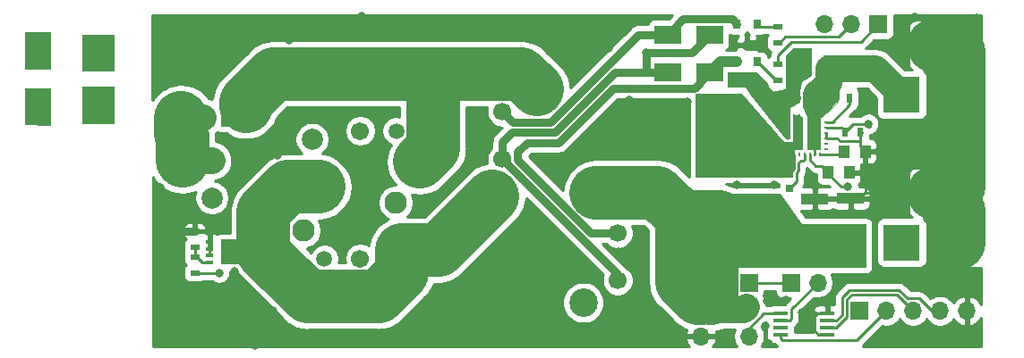
<source format=gtl>
%TF.GenerationSoftware,KiCad,Pcbnew,(5.1.6-0-10_14)*%
%TF.CreationDate,2021-10-08T19:33:03+09:00*%
%TF.ProjectId,peltier+relay,70656c74-6965-4722-9b72-656c61792e6b,rev?*%
%TF.SameCoordinates,Original*%
%TF.FileFunction,Copper,L1,Top*%
%TF.FilePolarity,Positive*%
%FSLAX46Y46*%
G04 Gerber Fmt 4.6, Leading zero omitted, Abs format (unit mm)*
G04 Created by KiCad (PCBNEW (5.1.6-0-10_14)) date 2021-10-08 19:33:03*
%MOMM*%
%LPD*%
G01*
G04 APERTURE LIST*
%TA.AperFunction,NonConductor*%
%ADD10C,0.100000*%
%TD*%
%TA.AperFunction,EtchedComponent*%
%ADD11C,0.100000*%
%TD*%
%TA.AperFunction,SMDPad,CuDef*%
%ADD12R,2.500000X1.800000*%
%TD*%
%TA.AperFunction,ComponentPad*%
%ADD13C,2.000000*%
%TD*%
%TA.AperFunction,ComponentPad*%
%ADD14O,1.700000X1.700000*%
%TD*%
%TA.AperFunction,ComponentPad*%
%ADD15R,1.700000X1.700000*%
%TD*%
%TA.AperFunction,ComponentPad*%
%ADD16R,3.500000X3.500000*%
%TD*%
%TA.AperFunction,ComponentPad*%
%ADD17C,2.700000*%
%TD*%
%TA.AperFunction,ComponentPad*%
%ADD18C,1.700000*%
%TD*%
%TA.AperFunction,ComponentPad*%
%ADD19C,2.108200*%
%TD*%
%TA.AperFunction,ComponentPad*%
%ADD20C,2.006600*%
%TD*%
%TA.AperFunction,ComponentPad*%
%ADD21C,1.701800*%
%TD*%
%TA.AperFunction,ComponentPad*%
%ADD22C,1.498600*%
%TD*%
%TA.AperFunction,SMDPad,CuDef*%
%ADD23R,4.100000X4.100000*%
%TD*%
%TA.AperFunction,SMDPad,CuDef*%
%ADD24R,0.700000X0.420000*%
%TD*%
%TA.AperFunction,SMDPad,CuDef*%
%ADD25R,0.540000X0.420000*%
%TD*%
%TA.AperFunction,SMDPad,CuDef*%
%ADD26R,0.800000X0.900000*%
%TD*%
%TA.AperFunction,SMDPad,CuDef*%
%ADD27R,0.450000X0.250000*%
%TD*%
%TA.AperFunction,SMDPad,CuDef*%
%ADD28R,0.250000X0.450000*%
%TD*%
%TA.AperFunction,SMDPad,CuDef*%
%ADD29R,1.450000X0.450000*%
%TD*%
%TA.AperFunction,SMDPad,CuDef*%
%ADD30R,1.450000X0.400000*%
%TD*%
%TA.AperFunction,SMDPad,CuDef*%
%ADD31R,1.000000X1.250000*%
%TD*%
%TA.AperFunction,SMDPad,CuDef*%
%ADD32R,0.750000X0.800000*%
%TD*%
%TA.AperFunction,SMDPad,CuDef*%
%ADD33R,0.800000X0.750000*%
%TD*%
%TA.AperFunction,SMDPad,CuDef*%
%ADD34R,1.000000X2.500000*%
%TD*%
%TA.AperFunction,SMDPad,CuDef*%
%ADD35R,2.500000X1.000000*%
%TD*%
%TA.AperFunction,SMDPad,CuDef*%
%ADD36R,0.900000X0.500000*%
%TD*%
%TA.AperFunction,SMDPad,CuDef*%
%ADD37R,0.500000X0.900000*%
%TD*%
%TA.AperFunction,ViaPad*%
%ADD38C,0.800000*%
%TD*%
%TA.AperFunction,Conductor*%
%ADD39C,1.000000*%
%TD*%
%TA.AperFunction,Conductor*%
%ADD40C,0.750000*%
%TD*%
%TA.AperFunction,Conductor*%
%ADD41C,2.540000*%
%TD*%
%TA.AperFunction,Conductor*%
%ADD42C,0.250000*%
%TD*%
%TA.AperFunction,Conductor*%
%ADD43C,5.080000*%
%TD*%
%TA.AperFunction,Conductor*%
%ADD44C,0.254000*%
%TD*%
G04 APERTURE END LIST*
D10*
G36*
X161500000Y-88170000D02*
G01*
X160580000Y-88760000D01*
X160430000Y-89770000D01*
X160430000Y-90760000D01*
X159440000Y-91290000D01*
X159440000Y-94240000D01*
X159060000Y-94240000D01*
X159010000Y-94190000D01*
X155710000Y-90030000D01*
X155250000Y-89340000D01*
X153500000Y-89340000D01*
X153500000Y-87840000D01*
X156360000Y-87840000D01*
X157300000Y-88770000D01*
X157660000Y-89690000D01*
X159070000Y-89440000D01*
X159070000Y-86380000D01*
X159700000Y-85560000D01*
X161520000Y-85560000D01*
X161500000Y-88170000D01*
G37*
G36*
X160540000Y-102220000D02*
G01*
X166640000Y-102230000D01*
X166640000Y-106400000D01*
X150520000Y-106400000D01*
X150520000Y-99370000D01*
X158520000Y-99370000D01*
X160540000Y-102220000D01*
G37*
G36*
X158830000Y-94480000D02*
G01*
X159890000Y-94480000D01*
X159900000Y-95050000D01*
X159910000Y-95450000D01*
X159710000Y-95580000D01*
X159730000Y-97820000D01*
X150520000Y-97820000D01*
X150510000Y-89860000D01*
X154850000Y-89860000D01*
X158830000Y-94480000D01*
G37*
G36*
X163860000Y-90740000D02*
G01*
X162410000Y-92140000D01*
X161040000Y-92140000D01*
X160690000Y-91080000D01*
X160690000Y-90240000D01*
X163860000Y-89810000D01*
X163860000Y-90740000D01*
G37*
X163860000Y-90740000D02*
X162410000Y-92140000D01*
X161040000Y-92140000D01*
X160690000Y-91080000D01*
X160690000Y-90240000D01*
X163860000Y-89810000D01*
X163860000Y-90740000D01*
G36*
X95500000Y-87810000D02*
G01*
X92470000Y-87780000D01*
X92470000Y-84290000D01*
X95500000Y-84290000D01*
X95500000Y-87810000D01*
G37*
G36*
X95500000Y-92780000D02*
G01*
X92470000Y-92750000D01*
X92470000Y-89260000D01*
X95500000Y-89260000D01*
X95500000Y-92780000D01*
G37*
G36*
X89530000Y-92920000D02*
G01*
X87060000Y-92890000D01*
X87060000Y-89400000D01*
X89530000Y-89400000D01*
X89530000Y-92920000D01*
G37*
G36*
X89530000Y-87600000D02*
G01*
X87060000Y-87570000D01*
X87060000Y-84080000D01*
X89530000Y-84080000D01*
X89530000Y-87600000D01*
G37*
D11*
%TO.C,Q1*%
G36*
X107330000Y-106105000D02*
G01*
X105620000Y-106105000D01*
X105620000Y-103735000D01*
X107330000Y-103735000D01*
X107330000Y-106105000D01*
G37*
%TO.C,U1*%
G36*
X159700000Y-92140000D02*
G01*
X160650000Y-92140000D01*
X160650000Y-95240000D01*
X159700000Y-95240000D01*
X159700000Y-92140000D01*
G37*
G36*
X161040000Y-92140000D02*
G01*
X162380000Y-92140000D01*
X162380000Y-95240000D01*
X161040000Y-95240000D01*
X161040000Y-92140000D01*
G37*
%TD*%
D12*
%TO.P,D1,1*%
%TO.N,/PEL1*%
X151860000Y-87890000D03*
%TO.P,D1,2*%
%TO.N,12V*%
X147860000Y-87890000D03*
%TD*%
%TO.P,D2,2*%
%TO.N,12V*%
X151860000Y-84290000D03*
%TO.P,D2,1*%
%TO.N,/PEL3*%
X147860000Y-84290000D03*
%TD*%
D13*
%TO.P,PEL1,2*%
%TO.N,/PEL_BLK*%
X104750000Y-99770000D03*
%TO.P,PEL1,1*%
%TO.N,Net-(J3-Pad2)*%
X104750000Y-96270000D03*
%TD*%
D14*
%TO.P,J1,2*%
%TO.N,/FB_RES_B*%
X162050000Y-107810000D03*
D15*
%TO.P,J1,1*%
%TO.N,Net-(J1-Pad1)*%
X159510000Y-107810000D03*
%TD*%
D14*
%TO.P,J2,3*%
%TO.N,/POT_RES_A*%
X155560000Y-112890000D03*
%TO.P,J2,2*%
%TO.N,REG_OUT*%
X155560000Y-110350000D03*
D15*
%TO.P,J2,1*%
%TO.N,Net-(J1-Pad1)*%
X155560000Y-107810000D03*
%TD*%
D16*
%TO.P,J6,1*%
%TO.N,12V*%
X170000000Y-104000000D03*
%TO.P,J6,2*%
%TO.N,GND*%
%TA.AperFunction,ComponentPad*%
G36*
G01*
X177500000Y-103000000D02*
X177500000Y-105000000D01*
G75*
G02*
X176750000Y-105750000I-750000J0D01*
G01*
X175250000Y-105750000D01*
G75*
G02*
X174500000Y-105000000I0J750000D01*
G01*
X174500000Y-103000000D01*
G75*
G02*
X175250000Y-102250000I750000J0D01*
G01*
X176750000Y-102250000D01*
G75*
G02*
X177500000Y-103000000I0J-750000D01*
G01*
G37*
%TD.AperFunction*%
%TO.P,J6,3*%
%TA.AperFunction,ComponentPad*%
G36*
G01*
X174750000Y-98425000D02*
X174750000Y-100175000D01*
G75*
G02*
X173875000Y-101050000I-875000J0D01*
G01*
X172125000Y-101050000D01*
G75*
G02*
X171250000Y-100175000I0J875000D01*
G01*
X171250000Y-98425000D01*
G75*
G02*
X172125000Y-97550000I875000J0D01*
G01*
X173875000Y-97550000D01*
G75*
G02*
X174750000Y-98425000I0J-875000D01*
G01*
G37*
%TD.AperFunction*%
%TD*%
%TO.P,J7,3*%
%TO.N,GND*%
%TA.AperFunction,ComponentPad*%
G36*
G01*
X174750000Y-84425000D02*
X174750000Y-86175000D01*
G75*
G02*
X173875000Y-87050000I-875000J0D01*
G01*
X172125000Y-87050000D01*
G75*
G02*
X171250000Y-86175000I0J875000D01*
G01*
X171250000Y-84425000D01*
G75*
G02*
X172125000Y-83550000I875000J0D01*
G01*
X173875000Y-83550000D01*
G75*
G02*
X174750000Y-84425000I0J-875000D01*
G01*
G37*
%TD.AperFunction*%
%TO.P,J7,2*%
%TA.AperFunction,ComponentPad*%
G36*
G01*
X177500000Y-89000000D02*
X177500000Y-91000000D01*
G75*
G02*
X176750000Y-91750000I-750000J0D01*
G01*
X175250000Y-91750000D01*
G75*
G02*
X174500000Y-91000000I0J750000D01*
G01*
X174500000Y-89000000D01*
G75*
G02*
X175250000Y-88250000I750000J0D01*
G01*
X176750000Y-88250000D01*
G75*
G02*
X177500000Y-89000000I0J-750000D01*
G01*
G37*
%TD.AperFunction*%
%TO.P,J7,1*%
%TO.N,12V*%
X170000000Y-90000000D03*
%TD*%
D17*
%TO.P,K1,1*%
%TO.N,/PEL_BLK*%
X139880000Y-109710000D03*
D18*
%TO.P,K1,2*%
%TO.N,12V*%
X143130000Y-107610000D03*
%TO.P,K1,3*%
%TO.N,/PEL1*%
X143130000Y-103110000D03*
D13*
%TO.P,K1,4*%
%TO.N,REG_OUT*%
X140780000Y-99610000D03*
D17*
%TO.P,K1,8*%
%TO.N,/PEL_RED*%
X135480000Y-89510000D03*
D18*
%TO.P,K1,7*%
%TO.N,/PEL3*%
X132230000Y-91610000D03*
%TO.P,K1,6*%
%TO.N,12V*%
X132230000Y-96110000D03*
D13*
%TO.P,K1,5*%
%TO.N,/PEL2*%
X131280000Y-99610000D03*
%TD*%
D19*
%TO.P,K2,10*%
%TO.N,/PEL2*%
X114830000Y-98720000D03*
D20*
%TO.P,K2,9*%
%TO.N,REG_OUT*%
X114230000Y-94220000D03*
D21*
%TO.P,K2,8*%
%TO.N,/PEL3*%
X118780000Y-93420000D03*
D22*
%TO.P,K2,7*%
%TO.N,12V*%
X122180000Y-93420000D03*
D19*
%TO.P,K2,6*%
%TO.N,/PEL_RED*%
X124130000Y-96070000D03*
%TO.P,K2,5*%
%TO.N,REG_OUT*%
X122130000Y-100220000D03*
D20*
%TO.P,K2,4*%
%TO.N,/PEL2*%
X122730000Y-104720000D03*
D21*
%TO.P,K2,3*%
%TO.N,/PEL1*%
X118780000Y-105520000D03*
D22*
%TO.P,K2,2*%
%TO.N,12V*%
X115380000Y-105520000D03*
D19*
%TO.P,K2,1*%
%TO.N,/PEL_BLK*%
X113430000Y-102870000D03*
%TD*%
D23*
%TO.P,L1,1*%
%TO.N,Net-(C3-Pad2)*%
X152670000Y-92070000D03*
%TO.P,L1,2*%
%TO.N,REG_OUT*%
X152670000Y-101570000D03*
%TD*%
D24*
%TO.P,Q1,1*%
%TO.N,GND*%
X104520000Y-103945000D03*
%TO.P,Q1,2*%
X104520000Y-104595000D03*
%TO.P,Q1,3*%
X104520000Y-105245000D03*
%TO.P,Q1,4*%
%TO.N,Net-(Q1-Pad4)*%
X104520000Y-105895000D03*
D25*
%TO.P,Q1,5*%
%TO.N,/PEL2*%
X107600000Y-105895000D03*
%TO.P,Q1,6*%
X107600000Y-105245000D03*
%TO.P,Q1,7*%
X107600000Y-104595000D03*
%TO.P,Q1,8*%
X107600000Y-103945000D03*
%TD*%
D26*
%TO.P,Q2,1*%
%TO.N,Net-(Q2-Pad1)*%
X156320000Y-86890000D03*
%TO.P,Q2,2*%
%TO.N,/PEL1*%
X154420000Y-86890000D03*
%TO.P,Q2,3*%
%TO.N,GND*%
X155370000Y-88890000D03*
%TD*%
%TO.P,Q4,3*%
%TO.N,GND*%
X155370000Y-85290000D03*
%TO.P,Q4,2*%
%TO.N,/PEL3*%
X154420000Y-83290000D03*
%TO.P,Q4,1*%
%TO.N,Net-(Q4-Pad1)*%
X156320000Y-83290000D03*
%TD*%
D27*
%TO.P,U1,1*%
%TO.N,N/C*%
X162860000Y-95110000D03*
%TO.P,U1,2*%
%TO.N,5V*%
X162860000Y-94610000D03*
%TO.P,U1,3*%
%TO.N,GND*%
X162860000Y-94110000D03*
%TO.P,U1,4*%
X162860000Y-93610000D03*
%TO.P,U1,5*%
%TO.N,/FB_RES_B*%
X162860000Y-93110000D03*
%TO.P,U1,6*%
%TO.N,Net-(R2-Pad2)*%
X162860000Y-92610000D03*
D28*
%TO.P,U1,7*%
%TO.N,12V*%
X162290000Y-92040000D03*
%TO.P,U1,8*%
X161790000Y-92040000D03*
%TO.P,U1,9*%
X161290000Y-92040000D03*
%TO.P,U1,10*%
%TO.N,Net-(C3-Pad2)*%
X160290000Y-92040000D03*
%TO.P,U1,11*%
X159790000Y-92040000D03*
D27*
%TO.P,U1,12*%
%TO.N,GND*%
X159220000Y-92610000D03*
%TO.P,U1,13*%
X159220000Y-93110000D03*
%TO.P,U1,14*%
X159220000Y-93610000D03*
%TO.P,U1,15*%
X159220000Y-94110000D03*
%TO.P,U1,16*%
%TO.N,Net-(C3-Pad2)*%
X159220000Y-94610000D03*
%TO.P,U1,17*%
X159220000Y-95110000D03*
D28*
%TO.P,U1,18*%
X159790000Y-95680000D03*
%TO.P,U1,19*%
%TO.N,GND*%
X160290000Y-95680000D03*
%TO.P,U1,20*%
%TO.N,Net-(C3-Pad1)*%
X160790000Y-95680000D03*
%TO.P,U1,21*%
%TO.N,5V*%
X161290000Y-95680000D03*
%TO.P,U1,22*%
%TO.N,12V*%
X161790000Y-95680000D03*
%TO.P,U1,23*%
%TO.N,Net-(C2-Pad1)*%
X162290000Y-95680000D03*
%TD*%
D29*
%TO.P,U2,8*%
%TO.N,3V3*%
X158540000Y-112740000D03*
D30*
%TO.P,U2,7*%
%TO.N,N/C*%
X158540000Y-112065000D03*
%TO.P,U2,6*%
%TO.N,/FB_RES_B*%
X158540000Y-111415000D03*
D29*
%TO.P,U2,5*%
%TO.N,/POT_RES_A*%
X158540000Y-110740000D03*
%TO.P,U2,4*%
%TO.N,GND*%
X162940000Y-110740000D03*
D30*
%TO.P,U2,3*%
%TO.N,I2C_SDA*%
X162940000Y-111415000D03*
%TO.P,U2,2*%
%TO.N,I2C_SCL*%
X162940000Y-112065000D03*
D29*
%TO.P,U2,1*%
%TO.N,GND*%
X162940000Y-112740000D03*
%TD*%
D14*
%TO.P,J4,2*%
%TO.N,GND*%
X151000000Y-112890000D03*
D15*
%TO.P,J4,1*%
%TO.N,REG_OUT*%
X151000000Y-110350000D03*
%TD*%
D14*
%TO.P,J8,3*%
%TO.N,PEL_PWM*%
X162690010Y-83330008D03*
%TO.P,J8,2*%
%TO.N,PEL_SWB*%
X165230010Y-83330008D03*
D15*
%TO.P,J8,1*%
%TO.N,PEL_SWA*%
X167770010Y-83330008D03*
%TD*%
%TO.P,J9,1*%
%TO.N,/con1*%
X88000000Y-91000000D03*
%TD*%
%TO.P,J10,1*%
%TO.N,/con2*%
X94000000Y-86000000D03*
%TD*%
%TO.P,J11,1*%
%TO.N,/con1*%
X88000000Y-86000000D03*
%TD*%
%TO.P,J12,1*%
%TO.N,/con2*%
X94000000Y-91000000D03*
%TD*%
D14*
%TO.P,J5,5*%
%TO.N,GND*%
X176160000Y-110500000D03*
%TO.P,J5,4*%
%TO.N,I2C_SDA*%
X173620000Y-110500000D03*
%TO.P,J5,3*%
%TO.N,I2C_SCL*%
X171080000Y-110500000D03*
%TO.P,J5,2*%
%TO.N,3V3*%
X168540000Y-110500000D03*
D15*
%TO.P,J5,1*%
%TO.N,5V*%
X166000000Y-110500000D03*
%TD*%
D31*
%TO.P,C1,2*%
%TO.N,GND*%
X165040000Y-97360000D03*
%TO.P,C1,1*%
%TO.N,5V*%
X163040000Y-97360000D03*
%TD*%
%TO.P,C2,1*%
%TO.N,Net-(C2-Pad1)*%
X164540000Y-95360000D03*
%TO.P,C2,2*%
%TO.N,GND*%
X166540000Y-95360000D03*
%TD*%
D32*
%TO.P,C3,1*%
%TO.N,Net-(C3-Pad1)*%
X159390000Y-98910000D03*
%TO.P,C3,2*%
%TO.N,Net-(C3-Pad2)*%
X159390000Y-97410000D03*
%TD*%
D33*
%TO.P,C4,2*%
%TO.N,GND*%
X160090000Y-90360000D03*
%TO.P,C4,1*%
%TO.N,12V*%
X161590000Y-90360000D03*
%TD*%
D34*
%TO.P,C5,2*%
%TO.N,GND*%
X160090000Y-87510000D03*
%TO.P,C5,1*%
%TO.N,12V*%
X163090000Y-87510000D03*
%TD*%
D35*
%TO.P,C6,1*%
%TO.N,REG_OUT*%
X161790000Y-102860000D03*
%TO.P,C6,2*%
%TO.N,GND*%
X161790000Y-99860000D03*
%TD*%
%TO.P,C8,2*%
%TO.N,GND*%
X165165001Y-99844999D03*
%TO.P,C8,1*%
%TO.N,REG_OUT*%
X165165001Y-102844999D03*
%TD*%
D36*
%TO.P,R1,2*%
%TO.N,PEL_PWM*%
X103130000Y-106890000D03*
%TO.P,R1,1*%
%TO.N,Net-(Q1-Pad4)*%
X103130000Y-105390000D03*
%TD*%
D37*
%TO.P,R2,2*%
%TO.N,Net-(R2-Pad2)*%
X165090000Y-90310000D03*
%TO.P,R2,1*%
%TO.N,12V*%
X163590000Y-90310000D03*
%TD*%
%TO.P,R3,1*%
%TO.N,/FB_RES_B*%
X164590000Y-93510000D03*
%TO.P,R3,2*%
%TO.N,GND*%
X166090000Y-93510000D03*
%TD*%
D36*
%TO.P,R6,1*%
%TO.N,Net-(Q2-Pad1)*%
X158240000Y-88640000D03*
%TO.P,R6,2*%
%TO.N,PEL_SWA*%
X158240000Y-87140000D03*
%TD*%
%TO.P,R7,2*%
%TO.N,Net-(Q1-Pad4)*%
X103130000Y-104440000D03*
%TO.P,R7,1*%
%TO.N,GND*%
X103130000Y-102940000D03*
%TD*%
%TO.P,R8,1*%
%TO.N,PEL_SWB*%
X158240000Y-85040000D03*
%TO.P,R8,2*%
%TO.N,Net-(Q4-Pad1)*%
X158240000Y-83540000D03*
%TD*%
D14*
%TO.P,J3,2*%
%TO.N,Net-(J3-Pad2)*%
X103940000Y-92160000D03*
D15*
%TO.P,J3,1*%
%TO.N,/PEL_RED*%
X106480000Y-92160000D03*
%TD*%
D38*
%TO.N,12V*%
X145860000Y-86010000D03*
%TO.N,/FB_RES_B*%
X166849786Y-92743581D03*
%TO.N,GND*%
X162940000Y-109790000D03*
X156330000Y-85280000D03*
X156330000Y-88890000D03*
X102000000Y-102960000D03*
X100560000Y-82780000D03*
X100320000Y-89240000D03*
X105600000Y-82780000D03*
X104380000Y-89450000D03*
X103020000Y-85450000D03*
X106600000Y-87090000D03*
X109790000Y-82830000D03*
X112080000Y-84800000D03*
X118890000Y-82520000D03*
X116290000Y-84600000D03*
X111030000Y-93030000D03*
X110980000Y-95700000D03*
X108100000Y-97470000D03*
X107160000Y-96010000D03*
X109120000Y-95290000D03*
X105930000Y-93930000D03*
X99850000Y-98750000D03*
X101000000Y-100790000D03*
X99700000Y-103110000D03*
X100720000Y-106740000D03*
X99730000Y-113490000D03*
X99840000Y-110160000D03*
X104200000Y-113500000D03*
X102790000Y-110840000D03*
X104870000Y-108190000D03*
X106860000Y-106770000D03*
X110540000Y-110500000D03*
X106740000Y-110780000D03*
X108860000Y-113750000D03*
X114140000Y-113350000D03*
X119600000Y-113240000D03*
X126430000Y-113440000D03*
X133750000Y-113310000D03*
X140290000Y-113430000D03*
X143220000Y-109430000D03*
X147050000Y-113480000D03*
X144570000Y-111620000D03*
X147250000Y-111090000D03*
X153520000Y-112660000D03*
X145500000Y-107350000D03*
X140410000Y-106440000D03*
X143250000Y-104880000D03*
X145500000Y-102800000D03*
X135470000Y-95960000D03*
X137250000Y-97520000D03*
X130760000Y-94770000D03*
X127200000Y-98610000D03*
X121050000Y-95590000D03*
X118520000Y-97210000D03*
X117820000Y-103820000D03*
X119650000Y-102980000D03*
X118600000Y-100710000D03*
X140150000Y-83400000D03*
X142300000Y-85570000D03*
X144330000Y-83380000D03*
X144210000Y-90500000D03*
X144110000Y-95780000D03*
X149710000Y-90620000D03*
X149580000Y-96860000D03*
X146820000Y-93190000D03*
X154410000Y-98570000D03*
X157940000Y-98570000D03*
X166470000Y-89780000D03*
X166120000Y-91650000D03*
X158970000Y-89980000D03*
X157980000Y-91270000D03*
X158440000Y-92410000D03*
X171250000Y-82610000D03*
X177040000Y-82730000D03*
X176270000Y-86610000D03*
X173370000Y-88090000D03*
X168020000Y-85420000D03*
X173770000Y-92620000D03*
X177190000Y-95070000D03*
X175890000Y-98400000D03*
X177200000Y-101220000D03*
X173640000Y-102300000D03*
X168000000Y-106730000D03*
X171000000Y-108130000D03*
X172920000Y-106140000D03*
X174980000Y-109190000D03*
X177060000Y-107420000D03*
X176300000Y-112870000D03*
X171380000Y-113310000D03*
X167370000Y-113370000D03*
X160530000Y-110620000D03*
X159000000Y-109470000D03*
X157230000Y-109510000D03*
X157440000Y-113610000D03*
X157070000Y-111870000D03*
%TO.N,5V*%
X164910000Y-98744997D03*
%TO.N,PEL_PWM*%
X105430000Y-106890000D03*
%TD*%
D39*
%TO.N,/PEL1*%
X152860000Y-86890000D02*
X151860000Y-87890000D01*
X154420000Y-86890000D02*
X152860000Y-86890000D01*
D40*
X150384999Y-89365001D02*
X151860000Y-87890000D01*
X142717320Y-89365001D02*
X150384999Y-89365001D01*
X137557293Y-94525029D02*
X142717320Y-89365001D01*
X133655001Y-95425999D02*
X134555971Y-94525029D01*
X133655001Y-96191485D02*
X133655001Y-95425999D01*
X134555971Y-94525029D02*
X137557293Y-94525029D01*
X140573516Y-103110000D02*
X133655001Y-96191485D01*
X143130000Y-103110000D02*
X140573516Y-103110000D01*
D41*
%TO.N,12V*%
X167510000Y-87510000D02*
X163090000Y-87510000D01*
X170000000Y-90000000D02*
X167510000Y-87510000D01*
X161960001Y-89989999D02*
X161960001Y-90360000D01*
X163090000Y-88860000D02*
X161960001Y-89989999D01*
X163090000Y-87510000D02*
X163090000Y-88860000D01*
D39*
X163590000Y-89360000D02*
X163090000Y-88860000D01*
X163590000Y-90310000D02*
X163590000Y-89360000D01*
D42*
X161590000Y-90360000D02*
X161960001Y-89989999D01*
X161790000Y-90160000D02*
X161960001Y-89989999D01*
X161790000Y-92040000D02*
X161790000Y-90160000D01*
X161790000Y-95680000D02*
X161790000Y-92040000D01*
D40*
X143130000Y-107010000D02*
X143130000Y-107610000D01*
X132230000Y-96110000D02*
X143130000Y-107010000D01*
X145860000Y-87890000D02*
X145860000Y-86010000D01*
X151860000Y-84290000D02*
X151750000Y-84290000D01*
X145860000Y-87890000D02*
X142848804Y-87890000D01*
X142848804Y-87890000D02*
X137163786Y-93575019D01*
X137163786Y-93575019D02*
X133134981Y-93575019D01*
X132230000Y-94480000D02*
X132230000Y-96110000D01*
X133134981Y-93575019D02*
X132230000Y-94480000D01*
D42*
X161290000Y-92040000D02*
X161790000Y-92040000D01*
X161790000Y-92040000D02*
X162290000Y-92040000D01*
D40*
X150140000Y-86010000D02*
X151860000Y-84290000D01*
X145860000Y-86010000D02*
X150140000Y-86010000D01*
X147860000Y-87890000D02*
X145860000Y-87890000D01*
%TO.N,/PEL3*%
X153944999Y-82814999D02*
X154420000Y-83290000D01*
X149335001Y-82814999D02*
X153944999Y-82814999D01*
X147860000Y-84290000D02*
X149335001Y-82814999D01*
X136770279Y-92625009D02*
X133245009Y-92625009D01*
X145105288Y-84290000D02*
X136770279Y-92625009D01*
X133245009Y-92625009D02*
X132230000Y-91610000D01*
X145860000Y-84290000D02*
X145105288Y-84290000D01*
X145860000Y-84290000D02*
X147860000Y-84290000D01*
D43*
%TO.N,/PEL_RED*%
X133989999Y-88019999D02*
X130506799Y-88019999D01*
X135480000Y-89510000D02*
X133989999Y-88019999D01*
X107950010Y-90639990D02*
X107950010Y-91060000D01*
X110570001Y-88019999D02*
X107950010Y-90639990D01*
X125669301Y-95094865D02*
X125669301Y-88259299D01*
X125669301Y-88259299D02*
X125430001Y-88019999D01*
X125430001Y-88019999D02*
X110570001Y-88019999D01*
X124412083Y-96352083D02*
X125669301Y-95094865D01*
X130506799Y-88019999D02*
X125430001Y-88019999D01*
D42*
%TO.N,Net-(J1-Pad1)*%
X155560000Y-107810000D02*
X159510000Y-107810000D01*
%TO.N,REG_OUT*%
X161805001Y-102844999D02*
X161790000Y-102860000D01*
X165165001Y-102844999D02*
X161805001Y-102844999D01*
X153960000Y-102860000D02*
X152670000Y-101570000D01*
X161790000Y-102860000D02*
X153960000Y-102860000D01*
X154384999Y-103284999D02*
X152670000Y-101570000D01*
X154384999Y-109174999D02*
X154384999Y-103284999D01*
X155560000Y-110350000D02*
X154384999Y-109174999D01*
X155560000Y-110350000D02*
X151000000Y-110350000D01*
D43*
X152670000Y-101570000D02*
X149200000Y-101570000D01*
X146890598Y-99260598D02*
X143129402Y-99260598D01*
X149200000Y-101570000D02*
X146890598Y-99260598D01*
X150729999Y-109299999D02*
X151000000Y-109299999D01*
X149200000Y-107770000D02*
X150729999Y-109299999D01*
X149200000Y-101570000D02*
X149200000Y-107770000D01*
X152670000Y-101570000D02*
X151969999Y-102270001D01*
X151969999Y-102270001D02*
X151969999Y-109299999D01*
D41*
X155084316Y-110350000D02*
X155304315Y-110130001D01*
X151000000Y-110350000D02*
X155084316Y-110350000D01*
D43*
X143129402Y-99260598D02*
X141129402Y-99260598D01*
D42*
%TO.N,/POT_RES_A*%
X155560000Y-112890000D02*
X155560000Y-112130000D01*
X156950000Y-110740000D02*
X158540000Y-110740000D01*
X155560000Y-112130000D02*
X156950000Y-110740000D01*
%TO.N,/FB_RES_B*%
X162050000Y-107810000D02*
X159590001Y-110269999D01*
X159590001Y-110269999D02*
X159590001Y-111219999D01*
X159395000Y-111415000D02*
X158540000Y-111415000D01*
X159590001Y-111219999D02*
X159395000Y-111415000D01*
X162860000Y-93110000D02*
X164320000Y-93110000D01*
X164590000Y-93380000D02*
X164590000Y-93510000D01*
X164320000Y-93110000D02*
X164590000Y-93380000D01*
X166724999Y-92734999D02*
X167010000Y-93020000D01*
X165365001Y-92734999D02*
X166724999Y-92734999D01*
X164590000Y-93510000D02*
X165365001Y-92734999D01*
%TO.N,GND*%
X162104998Y-112740000D02*
X161710000Y-112345002D01*
X162940000Y-112740000D02*
X162104998Y-112740000D01*
X161710000Y-110995000D02*
X161965000Y-110740000D01*
X161965000Y-110740000D02*
X162940000Y-110740000D01*
X161710000Y-112345002D02*
X161710000Y-110995000D01*
X162940000Y-110740000D02*
X162940000Y-109790000D01*
X162860000Y-93610000D02*
X162860000Y-94110000D01*
X166090000Y-94910000D02*
X166540000Y-95360000D01*
X164164998Y-94370000D02*
X166090000Y-94370000D01*
X163904998Y-94110000D02*
X164164998Y-94370000D01*
X162860000Y-94110000D02*
X163904998Y-94110000D01*
X166090000Y-94370000D02*
X166090000Y-94910000D01*
X166090000Y-93510000D02*
X166090000Y-94370000D01*
X165945001Y-99844999D02*
X165165001Y-99844999D01*
X166540000Y-99250000D02*
X165945001Y-99844999D01*
X161805001Y-99844999D02*
X161790000Y-99860000D01*
X165165001Y-99844999D02*
X161805001Y-99844999D01*
X166530000Y-97360000D02*
X166540000Y-97370000D01*
X165040000Y-97360000D02*
X166530000Y-97360000D01*
X166540000Y-97370000D02*
X166540000Y-99250000D01*
X166540000Y-95360000D02*
X166540000Y-97370000D01*
X166590000Y-99300000D02*
X166540000Y-99250000D01*
X173000000Y-99300000D02*
X166590000Y-99300000D01*
D43*
X175380990Y-100948988D02*
X175380990Y-104000000D01*
X173732002Y-99300000D02*
X175380990Y-100948988D01*
X173000000Y-99300000D02*
X173732002Y-99300000D01*
X174780000Y-99300000D02*
X173000000Y-99300000D01*
X175380990Y-85930990D02*
X175380990Y-98699010D01*
X174750000Y-85300000D02*
X175380990Y-85930990D01*
X175380990Y-98699010D02*
X174780000Y-99300000D01*
X173000000Y-85300000D02*
X174750000Y-85300000D01*
D42*
X159220000Y-92610000D02*
X159220000Y-93110000D01*
X159220000Y-93110000D02*
X159220000Y-93610000D01*
X159220000Y-93610000D02*
X159220000Y-94110000D01*
X160090000Y-87510000D02*
X160090000Y-90360000D01*
X159220000Y-91230000D02*
X159220000Y-92610000D01*
X160090000Y-90360000D02*
X159220000Y-91230000D01*
D39*
X156320000Y-85290000D02*
X156330000Y-85280000D01*
X155370000Y-85290000D02*
X156320000Y-85290000D01*
X156330000Y-88890000D02*
X155370000Y-88890000D01*
X157800000Y-90360000D02*
X159989991Y-90360000D01*
X156330000Y-88890000D02*
X157800000Y-90360000D01*
D42*
X103130000Y-102940000D02*
X104260000Y-102940000D01*
X104520000Y-103200000D02*
X104520000Y-103945000D01*
X104260000Y-102940000D02*
X104520000Y-103200000D01*
X104520000Y-103945000D02*
X104520000Y-104595000D01*
X104520000Y-104595000D02*
X104520000Y-105245000D01*
D40*
X102020000Y-102940000D02*
X102000000Y-102960000D01*
X103130000Y-102940000D02*
X102020000Y-102940000D01*
D42*
%TO.N,I2C_SDA*%
X171644001Y-109324999D02*
X172819002Y-110500000D01*
X170541409Y-109324999D02*
X171644001Y-109324999D01*
X169716401Y-108499991D02*
X170541409Y-109324999D01*
X164374989Y-110853603D02*
X164374990Y-109203598D01*
X165078598Y-108499990D02*
X169716401Y-108499991D01*
X164374990Y-109203598D02*
X165078598Y-108499990D01*
X163813592Y-111415000D02*
X164374989Y-110853603D01*
X172819002Y-110500000D02*
X173620000Y-110500000D01*
X162940000Y-111415000D02*
X163813592Y-111415000D01*
%TO.N,I2C_SCL*%
X164824999Y-109389999D02*
X165264998Y-108950000D01*
X164824999Y-111040003D02*
X164824999Y-109389999D01*
X163800002Y-112065000D02*
X164824999Y-111040003D01*
X162940000Y-112065000D02*
X163800002Y-112065000D01*
X169530000Y-108950000D02*
X171080000Y-110500000D01*
X165264998Y-108950000D02*
X169530000Y-108950000D01*
%TO.N,5V*%
X161290000Y-96155000D02*
X161875000Y-96740000D01*
X161290000Y-95680000D02*
X161290000Y-96155000D01*
X162420000Y-96740000D02*
X163040000Y-97360000D01*
X161875000Y-96740000D02*
X162420000Y-96740000D01*
X164910000Y-98744997D02*
X164254997Y-98744997D01*
X163040000Y-97530000D02*
X163040000Y-97360000D01*
X164254997Y-98744997D02*
X163040000Y-97530000D01*
D43*
%TO.N,/PEL2*%
X126170000Y-104720000D02*
X122730000Y-104720000D01*
X131280000Y-99610000D02*
X126170000Y-104720000D01*
X109635899Y-104940065D02*
X113806735Y-109110901D01*
X122730000Y-106884534D02*
X122730000Y-104720000D01*
X114830000Y-98720000D02*
X111964730Y-98720000D01*
X120503633Y-109110901D02*
X122730000Y-106884534D01*
X113806735Y-109110901D02*
X120503633Y-109110901D01*
X109635899Y-101048831D02*
X109635899Y-104940065D01*
X111964730Y-98720000D02*
X109635899Y-101048831D01*
D42*
%TO.N,Net-(C3-Pad2)*%
X159790000Y-97010000D02*
X159390000Y-97410000D01*
X159790000Y-95680000D02*
X159790000Y-97010000D01*
X159790000Y-92040000D02*
X160290000Y-92040000D01*
X159220000Y-94610000D02*
X159220000Y-95110000D01*
X159220000Y-95110000D02*
X159790000Y-95680000D01*
X159220000Y-94610000D02*
X159910000Y-94610000D01*
X159770001Y-92059999D02*
X159790000Y-92040000D01*
X159770001Y-94470001D02*
X159770001Y-92059999D01*
X159910000Y-94610000D02*
X159770001Y-94470001D01*
X155210000Y-94610000D02*
X152670000Y-92070000D01*
X159220000Y-94610000D02*
X155210000Y-94610000D01*
%TO.N,Net-(Q1-Pad4)*%
X103130000Y-105390000D02*
X103330000Y-105390000D01*
X103835000Y-105895000D02*
X104520000Y-105895000D01*
X103330000Y-105390000D02*
X103835000Y-105895000D01*
X103130000Y-105390000D02*
X103130000Y-104440000D01*
%TO.N,Net-(Q2-Pad1)*%
X158070000Y-88640000D02*
X156320000Y-86890000D01*
X158240000Y-88640000D02*
X158070000Y-88640000D01*
%TO.N,Net-(Q4-Pad1)*%
X156570000Y-83540000D02*
X156320000Y-83290000D01*
X158240000Y-83540000D02*
X156570000Y-83540000D01*
%TO.N,PEL_PWM*%
X103120000Y-106880000D02*
X103130000Y-106890000D01*
X105430000Y-106890000D02*
X103130000Y-106890000D01*
%TO.N,PEL_SWA*%
X167770010Y-83330008D02*
X166144999Y-84955019D01*
X166144999Y-84955019D02*
X159534981Y-84955019D01*
X158240000Y-86250000D02*
X158240000Y-87140000D01*
X159534981Y-84955019D02*
X158240000Y-86250000D01*
%TO.N,PEL_SWB*%
X164055009Y-84505009D02*
X158994991Y-84505009D01*
X165230010Y-83330008D02*
X164055009Y-84505009D01*
X158460000Y-85040000D02*
X158240000Y-85040000D01*
X158994991Y-84505009D02*
X158460000Y-85040000D01*
%TO.N,Net-(R2-Pad2)*%
X162860000Y-92610000D02*
X163410000Y-92610000D01*
X165090000Y-90930000D02*
X165090000Y-90310000D01*
X163410000Y-92610000D02*
X165090000Y-90930000D01*
%TO.N,Net-(C3-Pad1)*%
X159390000Y-98910000D02*
X160090001Y-98209999D01*
X160090001Y-98209999D02*
X160090001Y-97346409D01*
X160090001Y-97346409D02*
X160240010Y-97196400D01*
X160240010Y-96429990D02*
X160439999Y-96230001D01*
X160240010Y-97196400D02*
X160240010Y-96429990D01*
X160675001Y-96230001D02*
X160780000Y-96125002D01*
X160439999Y-96230001D02*
X160675001Y-96230001D01*
X160780000Y-95690000D02*
X160790000Y-95680000D01*
X160780000Y-96125002D02*
X160780000Y-95690000D01*
%TO.N,Net-(C2-Pad1)*%
X164220000Y-95680000D02*
X162290000Y-95680000D01*
X164540000Y-95360000D02*
X164220000Y-95680000D01*
%TO.N,3V3*%
X158720001Y-113290001D02*
X165749999Y-113290001D01*
X158540000Y-113110000D02*
X158720001Y-113290001D01*
X165749999Y-113290001D02*
X168540000Y-110500000D01*
X158540000Y-112740000D02*
X158540000Y-113110000D01*
D41*
%TO.N,Net-(J3-Pad2)*%
X103940000Y-92160000D02*
X101830000Y-92160000D01*
X104750000Y-96270000D02*
X101960000Y-96270000D01*
D43*
X101960000Y-93850000D02*
X101830000Y-93720000D01*
X101830000Y-93720000D02*
X101830000Y-92160000D01*
X101960000Y-96270000D02*
X101960000Y-93850000D01*
%TD*%
D44*
%TO.N,GND*%
G36*
X157176928Y-111615000D02*
G01*
X157189188Y-111739482D01*
X157189345Y-111740000D01*
X157189188Y-111740518D01*
X157176928Y-111865000D01*
X157176928Y-112265000D01*
X157189188Y-112389482D01*
X157189345Y-112390000D01*
X157189188Y-112390518D01*
X157176928Y-112515000D01*
X157176928Y-112965000D01*
X157189188Y-113089482D01*
X157225498Y-113209180D01*
X157284463Y-113319494D01*
X157363815Y-113416185D01*
X157460506Y-113495537D01*
X157570820Y-113554502D01*
X157690518Y-113590812D01*
X157815000Y-113603072D01*
X157961485Y-113603072D01*
X157999999Y-113650001D01*
X158029002Y-113673803D01*
X158156197Y-113800998D01*
X158180000Y-113830002D01*
X158186090Y-113835000D01*
X156714565Y-113835000D01*
X156875990Y-113593411D01*
X156987932Y-113323158D01*
X157045000Y-113036260D01*
X157045000Y-112743740D01*
X156987932Y-112456842D01*
X156875990Y-112186589D01*
X156756717Y-112008084D01*
X157176928Y-111587874D01*
X157176928Y-111615000D01*
G37*
X157176928Y-111615000D02*
X157189188Y-111739482D01*
X157189345Y-111740000D01*
X157189188Y-111740518D01*
X157176928Y-111865000D01*
X157176928Y-112265000D01*
X157189188Y-112389482D01*
X157189345Y-112390000D01*
X157189188Y-112390518D01*
X157176928Y-112515000D01*
X157176928Y-112965000D01*
X157189188Y-113089482D01*
X157225498Y-113209180D01*
X157284463Y-113319494D01*
X157363815Y-113416185D01*
X157460506Y-113495537D01*
X157570820Y-113554502D01*
X157690518Y-113590812D01*
X157815000Y-113603072D01*
X157961485Y-113603072D01*
X157999999Y-113650001D01*
X158029002Y-113673803D01*
X158156197Y-113800998D01*
X158180000Y-113830002D01*
X158186090Y-113835000D01*
X156714565Y-113835000D01*
X156875990Y-113593411D01*
X156987932Y-113323158D01*
X157045000Y-113036260D01*
X157045000Y-112743740D01*
X156987932Y-112456842D01*
X156875990Y-112186589D01*
X156756717Y-112008084D01*
X157176928Y-111587874D01*
X157176928Y-111615000D01*
G36*
X177486000Y-87611963D02*
G01*
X176285750Y-87615000D01*
X176127000Y-87773750D01*
X176127000Y-89873000D01*
X176147000Y-89873000D01*
X176147000Y-90127000D01*
X176127000Y-90127000D01*
X176127000Y-92226250D01*
X176285750Y-92385000D01*
X177486000Y-92388037D01*
X177486001Y-101611963D01*
X176285750Y-101615000D01*
X176127000Y-101773750D01*
X176127000Y-103873000D01*
X176147000Y-103873000D01*
X176147000Y-104127000D01*
X176127000Y-104127000D01*
X176127000Y-106226250D01*
X176285750Y-106385000D01*
X177486001Y-106388037D01*
X177486001Y-109838268D01*
X177355178Y-109618645D01*
X177160269Y-109402412D01*
X176926920Y-109228359D01*
X176664099Y-109103175D01*
X176516890Y-109058524D01*
X176287000Y-109179845D01*
X176287000Y-110373000D01*
X176307000Y-110373000D01*
X176307000Y-110627000D01*
X176287000Y-110627000D01*
X176287000Y-111820155D01*
X176516890Y-111941476D01*
X176664099Y-111896825D01*
X176926920Y-111771641D01*
X177160269Y-111597588D01*
X177355178Y-111381355D01*
X177486001Y-111161732D01*
X177486001Y-113835000D01*
X166283910Y-113835000D01*
X166290000Y-113830002D01*
X166313803Y-113800998D01*
X168173592Y-111941210D01*
X168393740Y-111985000D01*
X168686260Y-111985000D01*
X168973158Y-111927932D01*
X169243411Y-111815990D01*
X169486632Y-111653475D01*
X169693475Y-111446632D01*
X169810000Y-111272240D01*
X169926525Y-111446632D01*
X170133368Y-111653475D01*
X170376589Y-111815990D01*
X170646842Y-111927932D01*
X170933740Y-111985000D01*
X171226260Y-111985000D01*
X171513158Y-111927932D01*
X171783411Y-111815990D01*
X172026632Y-111653475D01*
X172233475Y-111446632D01*
X172350000Y-111272240D01*
X172466525Y-111446632D01*
X172673368Y-111653475D01*
X172916589Y-111815990D01*
X173186842Y-111927932D01*
X173473740Y-111985000D01*
X173766260Y-111985000D01*
X174053158Y-111927932D01*
X174323411Y-111815990D01*
X174566632Y-111653475D01*
X174773475Y-111446632D01*
X174895195Y-111264466D01*
X174964822Y-111381355D01*
X175159731Y-111597588D01*
X175393080Y-111771641D01*
X175655901Y-111896825D01*
X175803110Y-111941476D01*
X176033000Y-111820155D01*
X176033000Y-110627000D01*
X176013000Y-110627000D01*
X176013000Y-110373000D01*
X176033000Y-110373000D01*
X176033000Y-109179845D01*
X175803110Y-109058524D01*
X175655901Y-109103175D01*
X175393080Y-109228359D01*
X175159731Y-109402412D01*
X174964822Y-109618645D01*
X174895195Y-109735534D01*
X174773475Y-109553368D01*
X174566632Y-109346525D01*
X174323411Y-109184010D01*
X174053158Y-109072068D01*
X173766260Y-109015000D01*
X173473740Y-109015000D01*
X173186842Y-109072068D01*
X172916589Y-109184010D01*
X172713508Y-109319704D01*
X172207805Y-108814002D01*
X172184002Y-108784998D01*
X172068277Y-108690025D01*
X171936248Y-108619453D01*
X171792987Y-108575996D01*
X171681334Y-108564999D01*
X171681323Y-108564999D01*
X171644001Y-108561323D01*
X171606679Y-108564999D01*
X170856211Y-108564999D01*
X170280200Y-107988989D01*
X170256402Y-107959991D01*
X170214951Y-107925973D01*
X170140677Y-107865017D01*
X170008647Y-107794445D01*
X169882763Y-107756260D01*
X169865387Y-107750989D01*
X169753734Y-107739992D01*
X169716401Y-107736315D01*
X169679069Y-107739992D01*
X165115921Y-107739990D01*
X165078598Y-107736314D01*
X165041275Y-107739990D01*
X165041266Y-107739990D01*
X164929613Y-107750987D01*
X164840324Y-107778072D01*
X164786351Y-107794444D01*
X164654321Y-107865016D01*
X164567595Y-107936191D01*
X164567591Y-107936195D01*
X164538598Y-107959989D01*
X164514804Y-107988982D01*
X163863988Y-108639799D01*
X163834990Y-108663597D01*
X163811192Y-108692595D01*
X163811191Y-108692596D01*
X163740016Y-108779322D01*
X163669444Y-108911352D01*
X163651817Y-108969463D01*
X163625988Y-109054612D01*
X163621205Y-109103175D01*
X163611314Y-109203598D01*
X163614991Y-109240930D01*
X163614990Y-109877283D01*
X163225750Y-109880000D01*
X163067000Y-110038750D01*
X163067000Y-110576928D01*
X162813000Y-110576928D01*
X162813000Y-110038750D01*
X162654250Y-109880000D01*
X162224715Y-109877002D01*
X162100061Y-109887366D01*
X161979825Y-109921849D01*
X161868625Y-109979126D01*
X161770737Y-110056997D01*
X161689922Y-110152469D01*
X161629285Y-110261873D01*
X161591156Y-110381004D01*
X161580000Y-110483250D01*
X161738750Y-110642000D01*
X161939947Y-110642000D01*
X161860506Y-110684463D01*
X161763815Y-110763815D01*
X161684463Y-110860506D01*
X161647968Y-110928782D01*
X161580000Y-110996750D01*
X161589955Y-111087989D01*
X161589188Y-111090518D01*
X161576928Y-111215000D01*
X161576928Y-111615000D01*
X161589188Y-111739482D01*
X161589345Y-111740000D01*
X161589188Y-111740518D01*
X161576928Y-111865000D01*
X161576928Y-112265000D01*
X161589188Y-112389482D01*
X161589955Y-112392011D01*
X161580000Y-112483250D01*
X161626751Y-112530001D01*
X159903072Y-112530001D01*
X159903072Y-112515000D01*
X159890812Y-112390518D01*
X159890655Y-112390000D01*
X159890812Y-112389482D01*
X159903072Y-112265000D01*
X159903072Y-111981204D01*
X159935001Y-111955001D01*
X159958804Y-111925997D01*
X160100998Y-111783803D01*
X160130002Y-111760000D01*
X160224975Y-111644275D01*
X160295547Y-111512246D01*
X160339004Y-111368985D01*
X160350001Y-111257332D01*
X160350001Y-111257323D01*
X160353677Y-111220000D01*
X160350001Y-111182677D01*
X160350001Y-110584800D01*
X161683592Y-109251210D01*
X161903740Y-109295000D01*
X162196260Y-109295000D01*
X162483158Y-109237932D01*
X162753411Y-109125990D01*
X162996632Y-108963475D01*
X163203475Y-108756632D01*
X163365990Y-108513411D01*
X163477932Y-108243158D01*
X163535000Y-107956260D01*
X163535000Y-107663740D01*
X163477932Y-107376842D01*
X163365990Y-107106589D01*
X163318156Y-107035000D01*
X166640000Y-107035000D01*
X166699505Y-107029166D01*
X166758987Y-107023752D01*
X166761118Y-107023125D01*
X166763339Y-107022907D01*
X166820621Y-107005612D01*
X166877875Y-106988762D01*
X166879847Y-106987731D01*
X166881980Y-106987087D01*
X166934781Y-106959012D01*
X166987703Y-106931345D01*
X166989437Y-106929951D01*
X166991404Y-106928905D01*
X167037737Y-106891117D01*
X167084286Y-106853690D01*
X167085717Y-106851985D01*
X167087443Y-106850577D01*
X167125539Y-106804527D01*
X167163947Y-106758754D01*
X167165020Y-106756802D01*
X167166439Y-106755087D01*
X167194851Y-106702539D01*
X167223651Y-106650153D01*
X167224325Y-106648029D01*
X167225383Y-106646072D01*
X167243034Y-106589050D01*
X167261124Y-106532024D01*
X167261373Y-106529808D01*
X167262030Y-106527684D01*
X167268276Y-106468257D01*
X167274938Y-106408866D01*
X167274968Y-106404596D01*
X167274985Y-106404433D01*
X167274970Y-106404270D01*
X167275000Y-106400000D01*
X167275000Y-102250000D01*
X167611928Y-102250000D01*
X167611928Y-105750000D01*
X167624188Y-105874482D01*
X167660498Y-105994180D01*
X167719463Y-106104494D01*
X167798815Y-106201185D01*
X167895506Y-106280537D01*
X168005820Y-106339502D01*
X168125518Y-106375812D01*
X168250000Y-106388072D01*
X171750000Y-106388072D01*
X171874482Y-106375812D01*
X171994180Y-106339502D01*
X172104494Y-106280537D01*
X172201185Y-106201185D01*
X172280537Y-106104494D01*
X172339502Y-105994180D01*
X172375812Y-105874482D01*
X172388072Y-105750000D01*
X173861928Y-105750000D01*
X173874188Y-105874482D01*
X173910498Y-105994180D01*
X173969463Y-106104494D01*
X174048815Y-106201185D01*
X174145506Y-106280537D01*
X174255820Y-106339502D01*
X174375518Y-106375812D01*
X174500000Y-106388072D01*
X175714250Y-106385000D01*
X175873000Y-106226250D01*
X175873000Y-104127000D01*
X174023750Y-104127000D01*
X173865000Y-104285750D01*
X173861928Y-105750000D01*
X172388072Y-105750000D01*
X172388072Y-102250000D01*
X172375812Y-102125518D01*
X172339502Y-102005820D01*
X172280537Y-101895506D01*
X172201185Y-101798815D01*
X172104494Y-101719463D01*
X172042655Y-101686409D01*
X172714250Y-101685000D01*
X172873000Y-101526250D01*
X172873000Y-99427000D01*
X173127000Y-99427000D01*
X173127000Y-101526250D01*
X173285750Y-101685000D01*
X174206367Y-101686931D01*
X174145506Y-101719463D01*
X174048815Y-101798815D01*
X173969463Y-101895506D01*
X173910498Y-102005820D01*
X173874188Y-102125518D01*
X173861928Y-102250000D01*
X173865000Y-103714250D01*
X174023750Y-103873000D01*
X175873000Y-103873000D01*
X175873000Y-101773750D01*
X175714250Y-101615000D01*
X175043195Y-101613302D01*
X175104494Y-101580537D01*
X175201185Y-101501185D01*
X175280537Y-101404494D01*
X175339502Y-101294180D01*
X175375812Y-101174482D01*
X175388072Y-101050000D01*
X175385000Y-99585750D01*
X175226250Y-99427000D01*
X173127000Y-99427000D01*
X172873000Y-99427000D01*
X170773750Y-99427000D01*
X170615000Y-99585750D01*
X170611928Y-101050000D01*
X170624188Y-101174482D01*
X170660498Y-101294180D01*
X170719463Y-101404494D01*
X170798815Y-101501185D01*
X170895506Y-101580537D01*
X170954233Y-101611928D01*
X168250000Y-101611928D01*
X168125518Y-101624188D01*
X168005820Y-101660498D01*
X167895506Y-101719463D01*
X167798815Y-101798815D01*
X167719463Y-101895506D01*
X167660498Y-102005820D01*
X167624188Y-102125518D01*
X167611928Y-102250000D01*
X167275000Y-102250000D01*
X167275000Y-102230000D01*
X167269216Y-102171007D01*
X167263946Y-102112036D01*
X167263176Y-102109403D01*
X167262907Y-102106661D01*
X167245756Y-102049856D01*
X167229151Y-101993091D01*
X167227883Y-101990655D01*
X167227087Y-101988020D01*
X167199236Y-101935639D01*
X167171914Y-101883169D01*
X167170198Y-101881027D01*
X167168905Y-101878596D01*
X167131446Y-101832667D01*
X167094418Y-101786458D01*
X167092314Y-101784686D01*
X167090577Y-101782557D01*
X167044926Y-101744792D01*
X166999612Y-101706642D01*
X166997207Y-101705314D01*
X166995087Y-101703561D01*
X166942955Y-101675373D01*
X166891109Y-101646760D01*
X166888490Y-101645925D01*
X166886072Y-101644617D01*
X166829532Y-101627115D01*
X166773042Y-101609093D01*
X166770306Y-101608782D01*
X166767684Y-101607970D01*
X166708810Y-101601782D01*
X166649907Y-101595077D01*
X166644589Y-101595031D01*
X166644433Y-101595015D01*
X166644282Y-101595029D01*
X166641041Y-101595001D01*
X160868635Y-101585538D01*
X160445670Y-100988782D01*
X160540000Y-100998072D01*
X161504250Y-100995000D01*
X161663000Y-100836250D01*
X161663000Y-99987000D01*
X161917000Y-99987000D01*
X161917000Y-100836250D01*
X162075750Y-100995000D01*
X163040000Y-100998072D01*
X163164482Y-100985812D01*
X163284180Y-100949502D01*
X163394494Y-100890537D01*
X163486640Y-100814915D01*
X163560507Y-100875536D01*
X163670821Y-100934501D01*
X163790519Y-100970811D01*
X163915001Y-100983071D01*
X164879251Y-100979999D01*
X165038001Y-100821249D01*
X165038001Y-99971999D01*
X165292001Y-99971999D01*
X165292001Y-100821249D01*
X165450751Y-100979999D01*
X166415001Y-100983071D01*
X166539483Y-100970811D01*
X166659181Y-100934501D01*
X166769495Y-100875536D01*
X166866186Y-100796184D01*
X166945538Y-100699493D01*
X167004503Y-100589179D01*
X167040813Y-100469481D01*
X167053073Y-100344999D01*
X167050001Y-100130749D01*
X166891251Y-99971999D01*
X165292001Y-99971999D01*
X165038001Y-99971999D01*
X163438751Y-99971999D01*
X163423750Y-99987000D01*
X161917000Y-99987000D01*
X161663000Y-99987000D01*
X161643000Y-99987000D01*
X161643000Y-99733000D01*
X161663000Y-99733000D01*
X161663000Y-98883750D01*
X161504250Y-98725000D01*
X160652745Y-98722287D01*
X160665351Y-98706927D01*
X160724975Y-98634276D01*
X160795547Y-98502246D01*
X160807983Y-98461250D01*
X160839004Y-98358985D01*
X160850001Y-98247332D01*
X160850001Y-98247322D01*
X160853677Y-98209999D01*
X160850001Y-98172676D01*
X160850001Y-97651118D01*
X160874984Y-97620676D01*
X160945556Y-97488647D01*
X160989013Y-97345386D01*
X161000010Y-97233733D01*
X161000010Y-97233725D01*
X161003686Y-97196400D01*
X161000010Y-97159075D01*
X161000010Y-96939811D01*
X161311200Y-97251002D01*
X161334999Y-97280001D01*
X161363997Y-97303799D01*
X161450723Y-97374974D01*
X161582753Y-97445546D01*
X161726014Y-97489003D01*
X161837667Y-97500000D01*
X161837677Y-97500000D01*
X161875000Y-97503676D01*
X161901928Y-97501024D01*
X161901928Y-97985000D01*
X161914188Y-98109482D01*
X161950498Y-98229180D01*
X162009463Y-98339494D01*
X162088815Y-98436185D01*
X162185506Y-98515537D01*
X162295820Y-98574502D01*
X162415518Y-98610812D01*
X162540000Y-98623072D01*
X163058271Y-98623072D01*
X163171522Y-98736324D01*
X163164482Y-98734188D01*
X163040000Y-98721928D01*
X162075750Y-98725000D01*
X161917000Y-98883750D01*
X161917000Y-99733000D01*
X163516250Y-99733000D01*
X163531251Y-99717999D01*
X164554449Y-99717999D01*
X164608102Y-99740223D01*
X164808061Y-99779997D01*
X165011939Y-99779997D01*
X165211898Y-99740223D01*
X165292001Y-99707043D01*
X165292001Y-99717999D01*
X166891251Y-99717999D01*
X167050001Y-99559249D01*
X167053073Y-99344999D01*
X167040813Y-99220517D01*
X167004503Y-99100819D01*
X166945538Y-98990505D01*
X166866186Y-98893814D01*
X166769495Y-98814462D01*
X166659181Y-98755497D01*
X166539483Y-98719187D01*
X166415001Y-98706927D01*
X165945000Y-98708424D01*
X165945000Y-98643058D01*
X165916107Y-98497800D01*
X165991185Y-98436185D01*
X166070537Y-98339494D01*
X166129502Y-98229180D01*
X166165812Y-98109482D01*
X166178072Y-97985000D01*
X166175000Y-97645750D01*
X166079250Y-97550000D01*
X170611928Y-97550000D01*
X170615000Y-99014250D01*
X170773750Y-99173000D01*
X172873000Y-99173000D01*
X172873000Y-97073750D01*
X173127000Y-97073750D01*
X173127000Y-99173000D01*
X175226250Y-99173000D01*
X175385000Y-99014250D01*
X175388072Y-97550000D01*
X175375812Y-97425518D01*
X175339502Y-97305820D01*
X175280537Y-97195506D01*
X175201185Y-97098815D01*
X175104494Y-97019463D01*
X174994180Y-96960498D01*
X174874482Y-96924188D01*
X174750000Y-96911928D01*
X173285750Y-96915000D01*
X173127000Y-97073750D01*
X172873000Y-97073750D01*
X172714250Y-96915000D01*
X171250000Y-96911928D01*
X171125518Y-96924188D01*
X171005820Y-96960498D01*
X170895506Y-97019463D01*
X170798815Y-97098815D01*
X170719463Y-97195506D01*
X170660498Y-97305820D01*
X170624188Y-97425518D01*
X170611928Y-97550000D01*
X166079250Y-97550000D01*
X166016250Y-97487000D01*
X165167000Y-97487000D01*
X165167000Y-97507000D01*
X164913000Y-97507000D01*
X164913000Y-97487000D01*
X164893000Y-97487000D01*
X164893000Y-97233000D01*
X164913000Y-97233000D01*
X164913000Y-97213000D01*
X165167000Y-97213000D01*
X165167000Y-97233000D01*
X166016250Y-97233000D01*
X166175000Y-97074250D01*
X166178072Y-96735000D01*
X166166869Y-96621253D01*
X166254250Y-96620000D01*
X166413000Y-96461250D01*
X166413000Y-95487000D01*
X166667000Y-95487000D01*
X166667000Y-96461250D01*
X166825750Y-96620000D01*
X167040000Y-96623072D01*
X167164482Y-96610812D01*
X167284180Y-96574502D01*
X167394494Y-96515537D01*
X167491185Y-96436185D01*
X167570537Y-96339494D01*
X167629502Y-96229180D01*
X167665812Y-96109482D01*
X167678072Y-95985000D01*
X167675000Y-95645750D01*
X167516250Y-95487000D01*
X166667000Y-95487000D01*
X166413000Y-95487000D01*
X166393000Y-95487000D01*
X166393000Y-95233000D01*
X166413000Y-95233000D01*
X166413000Y-95213000D01*
X166667000Y-95213000D01*
X166667000Y-95233000D01*
X167516250Y-95233000D01*
X167675000Y-95074250D01*
X167678072Y-94735000D01*
X167665812Y-94610518D01*
X167629502Y-94490820D01*
X167570537Y-94380506D01*
X167491185Y-94283815D01*
X167394494Y-94204463D01*
X167284180Y-94145498D01*
X167164482Y-94109188D01*
X167040000Y-94096928D01*
X166960794Y-94098064D01*
X166968252Y-94071514D01*
X166977936Y-93946805D01*
X166975000Y-93795750D01*
X166957783Y-93778533D01*
X167009999Y-93783676D01*
X167158985Y-93769002D01*
X167302246Y-93725545D01*
X167434275Y-93654973D01*
X167550000Y-93560000D01*
X167644973Y-93444275D01*
X167715545Y-93312246D01*
X167716331Y-93309656D01*
X167766991Y-93233837D01*
X167845012Y-93045479D01*
X167884786Y-92845520D01*
X167884786Y-92641642D01*
X167845012Y-92441683D01*
X167766991Y-92253325D01*
X167653723Y-92083807D01*
X167509560Y-91939644D01*
X167340042Y-91826376D01*
X167151684Y-91748355D01*
X166951725Y-91708581D01*
X166747847Y-91708581D01*
X166547888Y-91748355D01*
X166359530Y-91826376D01*
X166190012Y-91939644D01*
X166154657Y-91974999D01*
X165402324Y-91974999D01*
X165365001Y-91971323D01*
X165327678Y-91974999D01*
X165327668Y-91974999D01*
X165216015Y-91985996D01*
X165072754Y-92029453D01*
X165056845Y-92037957D01*
X165601004Y-91493798D01*
X165630001Y-91470001D01*
X165724974Y-91354276D01*
X165795546Y-91222247D01*
X165803426Y-91196269D01*
X165870537Y-91114494D01*
X165929502Y-91004180D01*
X165965812Y-90884482D01*
X165978072Y-90760000D01*
X165978072Y-89860000D01*
X165965812Y-89735518D01*
X165929502Y-89615820D01*
X165870537Y-89505506D01*
X165796261Y-89415000D01*
X166720925Y-89415000D01*
X167611928Y-90306004D01*
X167611928Y-91750000D01*
X167624188Y-91874482D01*
X167660498Y-91994180D01*
X167719463Y-92104494D01*
X167798815Y-92201185D01*
X167895506Y-92280537D01*
X168005820Y-92339502D01*
X168125518Y-92375812D01*
X168250000Y-92388072D01*
X171750000Y-92388072D01*
X171874482Y-92375812D01*
X171994180Y-92339502D01*
X172104494Y-92280537D01*
X172201185Y-92201185D01*
X172280537Y-92104494D01*
X172339502Y-91994180D01*
X172375812Y-91874482D01*
X172388072Y-91750000D01*
X173861928Y-91750000D01*
X173874188Y-91874482D01*
X173910498Y-91994180D01*
X173969463Y-92104494D01*
X174048815Y-92201185D01*
X174145506Y-92280537D01*
X174255820Y-92339502D01*
X174375518Y-92375812D01*
X174500000Y-92388072D01*
X175714250Y-92385000D01*
X175873000Y-92226250D01*
X175873000Y-90127000D01*
X174023750Y-90127000D01*
X173865000Y-90285750D01*
X173861928Y-91750000D01*
X172388072Y-91750000D01*
X172388072Y-88250000D01*
X172375812Y-88125518D01*
X172339502Y-88005820D01*
X172280537Y-87895506D01*
X172201185Y-87798815D01*
X172104494Y-87719463D01*
X172042655Y-87686409D01*
X172714250Y-87685000D01*
X172873000Y-87526250D01*
X172873000Y-85427000D01*
X173127000Y-85427000D01*
X173127000Y-87526250D01*
X173285750Y-87685000D01*
X174206367Y-87686931D01*
X174145506Y-87719463D01*
X174048815Y-87798815D01*
X173969463Y-87895506D01*
X173910498Y-88005820D01*
X173874188Y-88125518D01*
X173861928Y-88250000D01*
X173865000Y-89714250D01*
X174023750Y-89873000D01*
X175873000Y-89873000D01*
X175873000Y-87773750D01*
X175714250Y-87615000D01*
X175043195Y-87613302D01*
X175104494Y-87580537D01*
X175201185Y-87501185D01*
X175280537Y-87404494D01*
X175339502Y-87294180D01*
X175375812Y-87174482D01*
X175388072Y-87050000D01*
X175385000Y-85585750D01*
X175226250Y-85427000D01*
X173127000Y-85427000D01*
X172873000Y-85427000D01*
X170773750Y-85427000D01*
X170615000Y-85585750D01*
X170611928Y-87050000D01*
X170624188Y-87174482D01*
X170660498Y-87294180D01*
X170719463Y-87404494D01*
X170798815Y-87501185D01*
X170895506Y-87580537D01*
X170954233Y-87611928D01*
X170306004Y-87611928D01*
X168923220Y-86229145D01*
X168863556Y-86156444D01*
X168573482Y-85918387D01*
X168242539Y-85741494D01*
X167883445Y-85632564D01*
X167603582Y-85605000D01*
X167603580Y-85605000D01*
X167510000Y-85595783D01*
X167416420Y-85605000D01*
X166541199Y-85605000D01*
X166569275Y-85589993D01*
X166685000Y-85495020D01*
X166708803Y-85466016D01*
X167356739Y-84818080D01*
X168620010Y-84818080D01*
X168744492Y-84805820D01*
X168864190Y-84769510D01*
X168974504Y-84710545D01*
X169071195Y-84631193D01*
X169150547Y-84534502D01*
X169209512Y-84424188D01*
X169245822Y-84304490D01*
X169258082Y-84180008D01*
X169258082Y-83550000D01*
X170611928Y-83550000D01*
X170615000Y-85014250D01*
X170773750Y-85173000D01*
X172873000Y-85173000D01*
X172873000Y-83073750D01*
X173127000Y-83073750D01*
X173127000Y-85173000D01*
X175226250Y-85173000D01*
X175385000Y-85014250D01*
X175388072Y-83550000D01*
X175375812Y-83425518D01*
X175339502Y-83305820D01*
X175280537Y-83195506D01*
X175201185Y-83098815D01*
X175104494Y-83019463D01*
X174994180Y-82960498D01*
X174874482Y-82924188D01*
X174750000Y-82911928D01*
X173285750Y-82915000D01*
X173127000Y-83073750D01*
X172873000Y-83073750D01*
X172714250Y-82915000D01*
X171250000Y-82911928D01*
X171125518Y-82924188D01*
X171005820Y-82960498D01*
X170895506Y-83019463D01*
X170798815Y-83098815D01*
X170719463Y-83195506D01*
X170660498Y-83305820D01*
X170624188Y-83425518D01*
X170611928Y-83550000D01*
X169258082Y-83550000D01*
X169258082Y-82480008D01*
X169257589Y-82475000D01*
X177486000Y-82475000D01*
X177486000Y-87611963D01*
G37*
X177486000Y-87611963D02*
X176285750Y-87615000D01*
X176127000Y-87773750D01*
X176127000Y-89873000D01*
X176147000Y-89873000D01*
X176147000Y-90127000D01*
X176127000Y-90127000D01*
X176127000Y-92226250D01*
X176285750Y-92385000D01*
X177486000Y-92388037D01*
X177486001Y-101611963D01*
X176285750Y-101615000D01*
X176127000Y-101773750D01*
X176127000Y-103873000D01*
X176147000Y-103873000D01*
X176147000Y-104127000D01*
X176127000Y-104127000D01*
X176127000Y-106226250D01*
X176285750Y-106385000D01*
X177486001Y-106388037D01*
X177486001Y-109838268D01*
X177355178Y-109618645D01*
X177160269Y-109402412D01*
X176926920Y-109228359D01*
X176664099Y-109103175D01*
X176516890Y-109058524D01*
X176287000Y-109179845D01*
X176287000Y-110373000D01*
X176307000Y-110373000D01*
X176307000Y-110627000D01*
X176287000Y-110627000D01*
X176287000Y-111820155D01*
X176516890Y-111941476D01*
X176664099Y-111896825D01*
X176926920Y-111771641D01*
X177160269Y-111597588D01*
X177355178Y-111381355D01*
X177486001Y-111161732D01*
X177486001Y-113835000D01*
X166283910Y-113835000D01*
X166290000Y-113830002D01*
X166313803Y-113800998D01*
X168173592Y-111941210D01*
X168393740Y-111985000D01*
X168686260Y-111985000D01*
X168973158Y-111927932D01*
X169243411Y-111815990D01*
X169486632Y-111653475D01*
X169693475Y-111446632D01*
X169810000Y-111272240D01*
X169926525Y-111446632D01*
X170133368Y-111653475D01*
X170376589Y-111815990D01*
X170646842Y-111927932D01*
X170933740Y-111985000D01*
X171226260Y-111985000D01*
X171513158Y-111927932D01*
X171783411Y-111815990D01*
X172026632Y-111653475D01*
X172233475Y-111446632D01*
X172350000Y-111272240D01*
X172466525Y-111446632D01*
X172673368Y-111653475D01*
X172916589Y-111815990D01*
X173186842Y-111927932D01*
X173473740Y-111985000D01*
X173766260Y-111985000D01*
X174053158Y-111927932D01*
X174323411Y-111815990D01*
X174566632Y-111653475D01*
X174773475Y-111446632D01*
X174895195Y-111264466D01*
X174964822Y-111381355D01*
X175159731Y-111597588D01*
X175393080Y-111771641D01*
X175655901Y-111896825D01*
X175803110Y-111941476D01*
X176033000Y-111820155D01*
X176033000Y-110627000D01*
X176013000Y-110627000D01*
X176013000Y-110373000D01*
X176033000Y-110373000D01*
X176033000Y-109179845D01*
X175803110Y-109058524D01*
X175655901Y-109103175D01*
X175393080Y-109228359D01*
X175159731Y-109402412D01*
X174964822Y-109618645D01*
X174895195Y-109735534D01*
X174773475Y-109553368D01*
X174566632Y-109346525D01*
X174323411Y-109184010D01*
X174053158Y-109072068D01*
X173766260Y-109015000D01*
X173473740Y-109015000D01*
X173186842Y-109072068D01*
X172916589Y-109184010D01*
X172713508Y-109319704D01*
X172207805Y-108814002D01*
X172184002Y-108784998D01*
X172068277Y-108690025D01*
X171936248Y-108619453D01*
X171792987Y-108575996D01*
X171681334Y-108564999D01*
X171681323Y-108564999D01*
X171644001Y-108561323D01*
X171606679Y-108564999D01*
X170856211Y-108564999D01*
X170280200Y-107988989D01*
X170256402Y-107959991D01*
X170214951Y-107925973D01*
X170140677Y-107865017D01*
X170008647Y-107794445D01*
X169882763Y-107756260D01*
X169865387Y-107750989D01*
X169753734Y-107739992D01*
X169716401Y-107736315D01*
X169679069Y-107739992D01*
X165115921Y-107739990D01*
X165078598Y-107736314D01*
X165041275Y-107739990D01*
X165041266Y-107739990D01*
X164929613Y-107750987D01*
X164840324Y-107778072D01*
X164786351Y-107794444D01*
X164654321Y-107865016D01*
X164567595Y-107936191D01*
X164567591Y-107936195D01*
X164538598Y-107959989D01*
X164514804Y-107988982D01*
X163863988Y-108639799D01*
X163834990Y-108663597D01*
X163811192Y-108692595D01*
X163811191Y-108692596D01*
X163740016Y-108779322D01*
X163669444Y-108911352D01*
X163651817Y-108969463D01*
X163625988Y-109054612D01*
X163621205Y-109103175D01*
X163611314Y-109203598D01*
X163614991Y-109240930D01*
X163614990Y-109877283D01*
X163225750Y-109880000D01*
X163067000Y-110038750D01*
X163067000Y-110576928D01*
X162813000Y-110576928D01*
X162813000Y-110038750D01*
X162654250Y-109880000D01*
X162224715Y-109877002D01*
X162100061Y-109887366D01*
X161979825Y-109921849D01*
X161868625Y-109979126D01*
X161770737Y-110056997D01*
X161689922Y-110152469D01*
X161629285Y-110261873D01*
X161591156Y-110381004D01*
X161580000Y-110483250D01*
X161738750Y-110642000D01*
X161939947Y-110642000D01*
X161860506Y-110684463D01*
X161763815Y-110763815D01*
X161684463Y-110860506D01*
X161647968Y-110928782D01*
X161580000Y-110996750D01*
X161589955Y-111087989D01*
X161589188Y-111090518D01*
X161576928Y-111215000D01*
X161576928Y-111615000D01*
X161589188Y-111739482D01*
X161589345Y-111740000D01*
X161589188Y-111740518D01*
X161576928Y-111865000D01*
X161576928Y-112265000D01*
X161589188Y-112389482D01*
X161589955Y-112392011D01*
X161580000Y-112483250D01*
X161626751Y-112530001D01*
X159903072Y-112530001D01*
X159903072Y-112515000D01*
X159890812Y-112390518D01*
X159890655Y-112390000D01*
X159890812Y-112389482D01*
X159903072Y-112265000D01*
X159903072Y-111981204D01*
X159935001Y-111955001D01*
X159958804Y-111925997D01*
X160100998Y-111783803D01*
X160130002Y-111760000D01*
X160224975Y-111644275D01*
X160295547Y-111512246D01*
X160339004Y-111368985D01*
X160350001Y-111257332D01*
X160350001Y-111257323D01*
X160353677Y-111220000D01*
X160350001Y-111182677D01*
X160350001Y-110584800D01*
X161683592Y-109251210D01*
X161903740Y-109295000D01*
X162196260Y-109295000D01*
X162483158Y-109237932D01*
X162753411Y-109125990D01*
X162996632Y-108963475D01*
X163203475Y-108756632D01*
X163365990Y-108513411D01*
X163477932Y-108243158D01*
X163535000Y-107956260D01*
X163535000Y-107663740D01*
X163477932Y-107376842D01*
X163365990Y-107106589D01*
X163318156Y-107035000D01*
X166640000Y-107035000D01*
X166699505Y-107029166D01*
X166758987Y-107023752D01*
X166761118Y-107023125D01*
X166763339Y-107022907D01*
X166820621Y-107005612D01*
X166877875Y-106988762D01*
X166879847Y-106987731D01*
X166881980Y-106987087D01*
X166934781Y-106959012D01*
X166987703Y-106931345D01*
X166989437Y-106929951D01*
X166991404Y-106928905D01*
X167037737Y-106891117D01*
X167084286Y-106853690D01*
X167085717Y-106851985D01*
X167087443Y-106850577D01*
X167125539Y-106804527D01*
X167163947Y-106758754D01*
X167165020Y-106756802D01*
X167166439Y-106755087D01*
X167194851Y-106702539D01*
X167223651Y-106650153D01*
X167224325Y-106648029D01*
X167225383Y-106646072D01*
X167243034Y-106589050D01*
X167261124Y-106532024D01*
X167261373Y-106529808D01*
X167262030Y-106527684D01*
X167268276Y-106468257D01*
X167274938Y-106408866D01*
X167274968Y-106404596D01*
X167274985Y-106404433D01*
X167274970Y-106404270D01*
X167275000Y-106400000D01*
X167275000Y-102250000D01*
X167611928Y-102250000D01*
X167611928Y-105750000D01*
X167624188Y-105874482D01*
X167660498Y-105994180D01*
X167719463Y-106104494D01*
X167798815Y-106201185D01*
X167895506Y-106280537D01*
X168005820Y-106339502D01*
X168125518Y-106375812D01*
X168250000Y-106388072D01*
X171750000Y-106388072D01*
X171874482Y-106375812D01*
X171994180Y-106339502D01*
X172104494Y-106280537D01*
X172201185Y-106201185D01*
X172280537Y-106104494D01*
X172339502Y-105994180D01*
X172375812Y-105874482D01*
X172388072Y-105750000D01*
X173861928Y-105750000D01*
X173874188Y-105874482D01*
X173910498Y-105994180D01*
X173969463Y-106104494D01*
X174048815Y-106201185D01*
X174145506Y-106280537D01*
X174255820Y-106339502D01*
X174375518Y-106375812D01*
X174500000Y-106388072D01*
X175714250Y-106385000D01*
X175873000Y-106226250D01*
X175873000Y-104127000D01*
X174023750Y-104127000D01*
X173865000Y-104285750D01*
X173861928Y-105750000D01*
X172388072Y-105750000D01*
X172388072Y-102250000D01*
X172375812Y-102125518D01*
X172339502Y-102005820D01*
X172280537Y-101895506D01*
X172201185Y-101798815D01*
X172104494Y-101719463D01*
X172042655Y-101686409D01*
X172714250Y-101685000D01*
X172873000Y-101526250D01*
X172873000Y-99427000D01*
X173127000Y-99427000D01*
X173127000Y-101526250D01*
X173285750Y-101685000D01*
X174206367Y-101686931D01*
X174145506Y-101719463D01*
X174048815Y-101798815D01*
X173969463Y-101895506D01*
X173910498Y-102005820D01*
X173874188Y-102125518D01*
X173861928Y-102250000D01*
X173865000Y-103714250D01*
X174023750Y-103873000D01*
X175873000Y-103873000D01*
X175873000Y-101773750D01*
X175714250Y-101615000D01*
X175043195Y-101613302D01*
X175104494Y-101580537D01*
X175201185Y-101501185D01*
X175280537Y-101404494D01*
X175339502Y-101294180D01*
X175375812Y-101174482D01*
X175388072Y-101050000D01*
X175385000Y-99585750D01*
X175226250Y-99427000D01*
X173127000Y-99427000D01*
X172873000Y-99427000D01*
X170773750Y-99427000D01*
X170615000Y-99585750D01*
X170611928Y-101050000D01*
X170624188Y-101174482D01*
X170660498Y-101294180D01*
X170719463Y-101404494D01*
X170798815Y-101501185D01*
X170895506Y-101580537D01*
X170954233Y-101611928D01*
X168250000Y-101611928D01*
X168125518Y-101624188D01*
X168005820Y-101660498D01*
X167895506Y-101719463D01*
X167798815Y-101798815D01*
X167719463Y-101895506D01*
X167660498Y-102005820D01*
X167624188Y-102125518D01*
X167611928Y-102250000D01*
X167275000Y-102250000D01*
X167275000Y-102230000D01*
X167269216Y-102171007D01*
X167263946Y-102112036D01*
X167263176Y-102109403D01*
X167262907Y-102106661D01*
X167245756Y-102049856D01*
X167229151Y-101993091D01*
X167227883Y-101990655D01*
X167227087Y-101988020D01*
X167199236Y-101935639D01*
X167171914Y-101883169D01*
X167170198Y-101881027D01*
X167168905Y-101878596D01*
X167131446Y-101832667D01*
X167094418Y-101786458D01*
X167092314Y-101784686D01*
X167090577Y-101782557D01*
X167044926Y-101744792D01*
X166999612Y-101706642D01*
X166997207Y-101705314D01*
X166995087Y-101703561D01*
X166942955Y-101675373D01*
X166891109Y-101646760D01*
X166888490Y-101645925D01*
X166886072Y-101644617D01*
X166829532Y-101627115D01*
X166773042Y-101609093D01*
X166770306Y-101608782D01*
X166767684Y-101607970D01*
X166708810Y-101601782D01*
X166649907Y-101595077D01*
X166644589Y-101595031D01*
X166644433Y-101595015D01*
X166644282Y-101595029D01*
X166641041Y-101595001D01*
X160868635Y-101585538D01*
X160445670Y-100988782D01*
X160540000Y-100998072D01*
X161504250Y-100995000D01*
X161663000Y-100836250D01*
X161663000Y-99987000D01*
X161917000Y-99987000D01*
X161917000Y-100836250D01*
X162075750Y-100995000D01*
X163040000Y-100998072D01*
X163164482Y-100985812D01*
X163284180Y-100949502D01*
X163394494Y-100890537D01*
X163486640Y-100814915D01*
X163560507Y-100875536D01*
X163670821Y-100934501D01*
X163790519Y-100970811D01*
X163915001Y-100983071D01*
X164879251Y-100979999D01*
X165038001Y-100821249D01*
X165038001Y-99971999D01*
X165292001Y-99971999D01*
X165292001Y-100821249D01*
X165450751Y-100979999D01*
X166415001Y-100983071D01*
X166539483Y-100970811D01*
X166659181Y-100934501D01*
X166769495Y-100875536D01*
X166866186Y-100796184D01*
X166945538Y-100699493D01*
X167004503Y-100589179D01*
X167040813Y-100469481D01*
X167053073Y-100344999D01*
X167050001Y-100130749D01*
X166891251Y-99971999D01*
X165292001Y-99971999D01*
X165038001Y-99971999D01*
X163438751Y-99971999D01*
X163423750Y-99987000D01*
X161917000Y-99987000D01*
X161663000Y-99987000D01*
X161643000Y-99987000D01*
X161643000Y-99733000D01*
X161663000Y-99733000D01*
X161663000Y-98883750D01*
X161504250Y-98725000D01*
X160652745Y-98722287D01*
X160665351Y-98706927D01*
X160724975Y-98634276D01*
X160795547Y-98502246D01*
X160807983Y-98461250D01*
X160839004Y-98358985D01*
X160850001Y-98247332D01*
X160850001Y-98247322D01*
X160853677Y-98209999D01*
X160850001Y-98172676D01*
X160850001Y-97651118D01*
X160874984Y-97620676D01*
X160945556Y-97488647D01*
X160989013Y-97345386D01*
X161000010Y-97233733D01*
X161000010Y-97233725D01*
X161003686Y-97196400D01*
X161000010Y-97159075D01*
X161000010Y-96939811D01*
X161311200Y-97251002D01*
X161334999Y-97280001D01*
X161363997Y-97303799D01*
X161450723Y-97374974D01*
X161582753Y-97445546D01*
X161726014Y-97489003D01*
X161837667Y-97500000D01*
X161837677Y-97500000D01*
X161875000Y-97503676D01*
X161901928Y-97501024D01*
X161901928Y-97985000D01*
X161914188Y-98109482D01*
X161950498Y-98229180D01*
X162009463Y-98339494D01*
X162088815Y-98436185D01*
X162185506Y-98515537D01*
X162295820Y-98574502D01*
X162415518Y-98610812D01*
X162540000Y-98623072D01*
X163058271Y-98623072D01*
X163171522Y-98736324D01*
X163164482Y-98734188D01*
X163040000Y-98721928D01*
X162075750Y-98725000D01*
X161917000Y-98883750D01*
X161917000Y-99733000D01*
X163516250Y-99733000D01*
X163531251Y-99717999D01*
X164554449Y-99717999D01*
X164608102Y-99740223D01*
X164808061Y-99779997D01*
X165011939Y-99779997D01*
X165211898Y-99740223D01*
X165292001Y-99707043D01*
X165292001Y-99717999D01*
X166891251Y-99717999D01*
X167050001Y-99559249D01*
X167053073Y-99344999D01*
X167040813Y-99220517D01*
X167004503Y-99100819D01*
X166945538Y-98990505D01*
X166866186Y-98893814D01*
X166769495Y-98814462D01*
X166659181Y-98755497D01*
X166539483Y-98719187D01*
X166415001Y-98706927D01*
X165945000Y-98708424D01*
X165945000Y-98643058D01*
X165916107Y-98497800D01*
X165991185Y-98436185D01*
X166070537Y-98339494D01*
X166129502Y-98229180D01*
X166165812Y-98109482D01*
X166178072Y-97985000D01*
X166175000Y-97645750D01*
X166079250Y-97550000D01*
X170611928Y-97550000D01*
X170615000Y-99014250D01*
X170773750Y-99173000D01*
X172873000Y-99173000D01*
X172873000Y-97073750D01*
X173127000Y-97073750D01*
X173127000Y-99173000D01*
X175226250Y-99173000D01*
X175385000Y-99014250D01*
X175388072Y-97550000D01*
X175375812Y-97425518D01*
X175339502Y-97305820D01*
X175280537Y-97195506D01*
X175201185Y-97098815D01*
X175104494Y-97019463D01*
X174994180Y-96960498D01*
X174874482Y-96924188D01*
X174750000Y-96911928D01*
X173285750Y-96915000D01*
X173127000Y-97073750D01*
X172873000Y-97073750D01*
X172714250Y-96915000D01*
X171250000Y-96911928D01*
X171125518Y-96924188D01*
X171005820Y-96960498D01*
X170895506Y-97019463D01*
X170798815Y-97098815D01*
X170719463Y-97195506D01*
X170660498Y-97305820D01*
X170624188Y-97425518D01*
X170611928Y-97550000D01*
X166079250Y-97550000D01*
X166016250Y-97487000D01*
X165167000Y-97487000D01*
X165167000Y-97507000D01*
X164913000Y-97507000D01*
X164913000Y-97487000D01*
X164893000Y-97487000D01*
X164893000Y-97233000D01*
X164913000Y-97233000D01*
X164913000Y-97213000D01*
X165167000Y-97213000D01*
X165167000Y-97233000D01*
X166016250Y-97233000D01*
X166175000Y-97074250D01*
X166178072Y-96735000D01*
X166166869Y-96621253D01*
X166254250Y-96620000D01*
X166413000Y-96461250D01*
X166413000Y-95487000D01*
X166667000Y-95487000D01*
X166667000Y-96461250D01*
X166825750Y-96620000D01*
X167040000Y-96623072D01*
X167164482Y-96610812D01*
X167284180Y-96574502D01*
X167394494Y-96515537D01*
X167491185Y-96436185D01*
X167570537Y-96339494D01*
X167629502Y-96229180D01*
X167665812Y-96109482D01*
X167678072Y-95985000D01*
X167675000Y-95645750D01*
X167516250Y-95487000D01*
X166667000Y-95487000D01*
X166413000Y-95487000D01*
X166393000Y-95487000D01*
X166393000Y-95233000D01*
X166413000Y-95233000D01*
X166413000Y-95213000D01*
X166667000Y-95213000D01*
X166667000Y-95233000D01*
X167516250Y-95233000D01*
X167675000Y-95074250D01*
X167678072Y-94735000D01*
X167665812Y-94610518D01*
X167629502Y-94490820D01*
X167570537Y-94380506D01*
X167491185Y-94283815D01*
X167394494Y-94204463D01*
X167284180Y-94145498D01*
X167164482Y-94109188D01*
X167040000Y-94096928D01*
X166960794Y-94098064D01*
X166968252Y-94071514D01*
X166977936Y-93946805D01*
X166975000Y-93795750D01*
X166957783Y-93778533D01*
X167009999Y-93783676D01*
X167158985Y-93769002D01*
X167302246Y-93725545D01*
X167434275Y-93654973D01*
X167550000Y-93560000D01*
X167644973Y-93444275D01*
X167715545Y-93312246D01*
X167716331Y-93309656D01*
X167766991Y-93233837D01*
X167845012Y-93045479D01*
X167884786Y-92845520D01*
X167884786Y-92641642D01*
X167845012Y-92441683D01*
X167766991Y-92253325D01*
X167653723Y-92083807D01*
X167509560Y-91939644D01*
X167340042Y-91826376D01*
X167151684Y-91748355D01*
X166951725Y-91708581D01*
X166747847Y-91708581D01*
X166547888Y-91748355D01*
X166359530Y-91826376D01*
X166190012Y-91939644D01*
X166154657Y-91974999D01*
X165402324Y-91974999D01*
X165365001Y-91971323D01*
X165327678Y-91974999D01*
X165327668Y-91974999D01*
X165216015Y-91985996D01*
X165072754Y-92029453D01*
X165056845Y-92037957D01*
X165601004Y-91493798D01*
X165630001Y-91470001D01*
X165724974Y-91354276D01*
X165795546Y-91222247D01*
X165803426Y-91196269D01*
X165870537Y-91114494D01*
X165929502Y-91004180D01*
X165965812Y-90884482D01*
X165978072Y-90760000D01*
X165978072Y-89860000D01*
X165965812Y-89735518D01*
X165929502Y-89615820D01*
X165870537Y-89505506D01*
X165796261Y-89415000D01*
X166720925Y-89415000D01*
X167611928Y-90306004D01*
X167611928Y-91750000D01*
X167624188Y-91874482D01*
X167660498Y-91994180D01*
X167719463Y-92104494D01*
X167798815Y-92201185D01*
X167895506Y-92280537D01*
X168005820Y-92339502D01*
X168125518Y-92375812D01*
X168250000Y-92388072D01*
X171750000Y-92388072D01*
X171874482Y-92375812D01*
X171994180Y-92339502D01*
X172104494Y-92280537D01*
X172201185Y-92201185D01*
X172280537Y-92104494D01*
X172339502Y-91994180D01*
X172375812Y-91874482D01*
X172388072Y-91750000D01*
X173861928Y-91750000D01*
X173874188Y-91874482D01*
X173910498Y-91994180D01*
X173969463Y-92104494D01*
X174048815Y-92201185D01*
X174145506Y-92280537D01*
X174255820Y-92339502D01*
X174375518Y-92375812D01*
X174500000Y-92388072D01*
X175714250Y-92385000D01*
X175873000Y-92226250D01*
X175873000Y-90127000D01*
X174023750Y-90127000D01*
X173865000Y-90285750D01*
X173861928Y-91750000D01*
X172388072Y-91750000D01*
X172388072Y-88250000D01*
X172375812Y-88125518D01*
X172339502Y-88005820D01*
X172280537Y-87895506D01*
X172201185Y-87798815D01*
X172104494Y-87719463D01*
X172042655Y-87686409D01*
X172714250Y-87685000D01*
X172873000Y-87526250D01*
X172873000Y-85427000D01*
X173127000Y-85427000D01*
X173127000Y-87526250D01*
X173285750Y-87685000D01*
X174206367Y-87686931D01*
X174145506Y-87719463D01*
X174048815Y-87798815D01*
X173969463Y-87895506D01*
X173910498Y-88005820D01*
X173874188Y-88125518D01*
X173861928Y-88250000D01*
X173865000Y-89714250D01*
X174023750Y-89873000D01*
X175873000Y-89873000D01*
X175873000Y-87773750D01*
X175714250Y-87615000D01*
X175043195Y-87613302D01*
X175104494Y-87580537D01*
X175201185Y-87501185D01*
X175280537Y-87404494D01*
X175339502Y-87294180D01*
X175375812Y-87174482D01*
X175388072Y-87050000D01*
X175385000Y-85585750D01*
X175226250Y-85427000D01*
X173127000Y-85427000D01*
X172873000Y-85427000D01*
X170773750Y-85427000D01*
X170615000Y-85585750D01*
X170611928Y-87050000D01*
X170624188Y-87174482D01*
X170660498Y-87294180D01*
X170719463Y-87404494D01*
X170798815Y-87501185D01*
X170895506Y-87580537D01*
X170954233Y-87611928D01*
X170306004Y-87611928D01*
X168923220Y-86229145D01*
X168863556Y-86156444D01*
X168573482Y-85918387D01*
X168242539Y-85741494D01*
X167883445Y-85632564D01*
X167603582Y-85605000D01*
X167603580Y-85605000D01*
X167510000Y-85595783D01*
X167416420Y-85605000D01*
X166541199Y-85605000D01*
X166569275Y-85589993D01*
X166685000Y-85495020D01*
X166708803Y-85466016D01*
X167356739Y-84818080D01*
X168620010Y-84818080D01*
X168744492Y-84805820D01*
X168864190Y-84769510D01*
X168974504Y-84710545D01*
X169071195Y-84631193D01*
X169150547Y-84534502D01*
X169209512Y-84424188D01*
X169245822Y-84304490D01*
X169258082Y-84180008D01*
X169258082Y-83550000D01*
X170611928Y-83550000D01*
X170615000Y-85014250D01*
X170773750Y-85173000D01*
X172873000Y-85173000D01*
X172873000Y-83073750D01*
X173127000Y-83073750D01*
X173127000Y-85173000D01*
X175226250Y-85173000D01*
X175385000Y-85014250D01*
X175388072Y-83550000D01*
X175375812Y-83425518D01*
X175339502Y-83305820D01*
X175280537Y-83195506D01*
X175201185Y-83098815D01*
X175104494Y-83019463D01*
X174994180Y-82960498D01*
X174874482Y-82924188D01*
X174750000Y-82911928D01*
X173285750Y-82915000D01*
X173127000Y-83073750D01*
X172873000Y-83073750D01*
X172714250Y-82915000D01*
X171250000Y-82911928D01*
X171125518Y-82924188D01*
X171005820Y-82960498D01*
X170895506Y-83019463D01*
X170798815Y-83098815D01*
X170719463Y-83195506D01*
X170660498Y-83305820D01*
X170624188Y-83425518D01*
X170611928Y-83550000D01*
X169258082Y-83550000D01*
X169258082Y-82480008D01*
X169257589Y-82475000D01*
X177486000Y-82475000D01*
X177486000Y-87611963D01*
G36*
X122494301Y-92071099D02*
G01*
X122316342Y-92035700D01*
X122043658Y-92035700D01*
X121776215Y-92088898D01*
X121524288Y-92193249D01*
X121297560Y-92344744D01*
X121104744Y-92537560D01*
X120953249Y-92764288D01*
X120848898Y-93016215D01*
X120795700Y-93283658D01*
X120795700Y-93556342D01*
X120848898Y-93823785D01*
X120953249Y-94075712D01*
X121104744Y-94302440D01*
X121297560Y-94495256D01*
X121524288Y-94646751D01*
X121687396Y-94714312D01*
X121464573Y-95131185D01*
X121283024Y-95729675D01*
X121221721Y-96352083D01*
X121283024Y-96974491D01*
X121464573Y-97572981D01*
X121759394Y-98124552D01*
X122092875Y-98530900D01*
X121963638Y-98530900D01*
X121637308Y-98595811D01*
X121329911Y-98723139D01*
X121053261Y-98907990D01*
X120817990Y-99143261D01*
X120633139Y-99419911D01*
X120505811Y-99727308D01*
X120440900Y-100053638D01*
X120440900Y-100386362D01*
X120505811Y-100712692D01*
X120633139Y-101020089D01*
X120817990Y-101296739D01*
X121053261Y-101532010D01*
X121329911Y-101716861D01*
X121489502Y-101782966D01*
X120957530Y-102067311D01*
X120474073Y-102464073D01*
X120077311Y-102947530D01*
X119844229Y-103383596D01*
X119782490Y-103499101D01*
X119600940Y-104097591D01*
X119583949Y-104270104D01*
X119483838Y-104203212D01*
X119213421Y-104091202D01*
X118926348Y-104034100D01*
X118633652Y-104034100D01*
X118346579Y-104091202D01*
X118076162Y-104203212D01*
X117832794Y-104365826D01*
X117625826Y-104572794D01*
X117463212Y-104816162D01*
X117351202Y-105086579D01*
X117294100Y-105373652D01*
X117294100Y-105666348D01*
X117347717Y-105935901D01*
X116706083Y-105935901D01*
X116711102Y-105923785D01*
X116764300Y-105656342D01*
X116764300Y-105383658D01*
X116711102Y-105116215D01*
X116606751Y-104864288D01*
X116455256Y-104637560D01*
X116262440Y-104444744D01*
X116035712Y-104293249D01*
X115783785Y-104188898D01*
X115516342Y-104135700D01*
X115243658Y-104135700D01*
X114976215Y-104188898D01*
X114724288Y-104293249D01*
X114497560Y-104444744D01*
X114304744Y-104637560D01*
X114153249Y-104864288D01*
X114123081Y-104937120D01*
X113720391Y-104534429D01*
X113922692Y-104494189D01*
X114230089Y-104366861D01*
X114506739Y-104182010D01*
X114742010Y-103946739D01*
X114926861Y-103670089D01*
X115054189Y-103362692D01*
X115119100Y-103036362D01*
X115119100Y-102703638D01*
X115054189Y-102377308D01*
X114926861Y-102069911D01*
X114809990Y-101895000D01*
X114985973Y-101895000D01*
X115452409Y-101849060D01*
X116050899Y-101667510D01*
X116602470Y-101372689D01*
X117085927Y-100975927D01*
X117482689Y-100492470D01*
X117777510Y-99940899D01*
X117959060Y-99342409D01*
X118020362Y-98720000D01*
X117959060Y-98097591D01*
X117777510Y-97499101D01*
X117482689Y-96947530D01*
X117085927Y-96464073D01*
X116602470Y-96067311D01*
X116050899Y-95772490D01*
X115452409Y-95590940D01*
X115168896Y-95563016D01*
X115274355Y-95492551D01*
X115502551Y-95264355D01*
X115681843Y-94996026D01*
X115805341Y-94697874D01*
X115868300Y-94381358D01*
X115868300Y-94058642D01*
X115805341Y-93742126D01*
X115681843Y-93443974D01*
X115568038Y-93273652D01*
X117294100Y-93273652D01*
X117294100Y-93566348D01*
X117351202Y-93853421D01*
X117463212Y-94123838D01*
X117625826Y-94367206D01*
X117832794Y-94574174D01*
X118076162Y-94736788D01*
X118346579Y-94848798D01*
X118633652Y-94905900D01*
X118926348Y-94905900D01*
X119213421Y-94848798D01*
X119483838Y-94736788D01*
X119727206Y-94574174D01*
X119934174Y-94367206D01*
X120096788Y-94123838D01*
X120208798Y-93853421D01*
X120265900Y-93566348D01*
X120265900Y-93273652D01*
X120208798Y-92986579D01*
X120096788Y-92716162D01*
X119934174Y-92472794D01*
X119727206Y-92265826D01*
X119483838Y-92103212D01*
X119213421Y-91991202D01*
X118926348Y-91934100D01*
X118633652Y-91934100D01*
X118346579Y-91991202D01*
X118076162Y-92103212D01*
X117832794Y-92265826D01*
X117625826Y-92472794D01*
X117463212Y-92716162D01*
X117351202Y-92986579D01*
X117294100Y-93273652D01*
X115568038Y-93273652D01*
X115502551Y-93175645D01*
X115274355Y-92947449D01*
X115006026Y-92768157D01*
X114707874Y-92644659D01*
X114391358Y-92581700D01*
X114068642Y-92581700D01*
X113752126Y-92644659D01*
X113453974Y-92768157D01*
X113185645Y-92947449D01*
X112957449Y-93175645D01*
X112778157Y-93443974D01*
X112654659Y-93742126D01*
X112591700Y-94058642D01*
X112591700Y-94381358D01*
X112654659Y-94697874D01*
X112778157Y-94996026D01*
X112957449Y-95264355D01*
X113185645Y-95492551D01*
X113264140Y-95545000D01*
X112120699Y-95545000D01*
X111964729Y-95529638D01*
X111808759Y-95545000D01*
X111808757Y-95545000D01*
X111342321Y-95590940D01*
X110743831Y-95772490D01*
X110192260Y-96067311D01*
X109708803Y-96464073D01*
X109609373Y-96585229D01*
X107501133Y-98693470D01*
X107379972Y-98792904D01*
X106983210Y-99276362D01*
X106688389Y-99827933D01*
X106506839Y-100426423D01*
X106468838Y-100812252D01*
X106445537Y-101048831D01*
X106460899Y-101204802D01*
X106460900Y-103100000D01*
X105620000Y-103100000D01*
X105560495Y-103105834D01*
X105501013Y-103111248D01*
X105498882Y-103111875D01*
X105496661Y-103112093D01*
X105439379Y-103129388D01*
X105382125Y-103146238D01*
X105380153Y-103147269D01*
X105378020Y-103147913D01*
X105325219Y-103175988D01*
X105272297Y-103203655D01*
X105270563Y-103205049D01*
X105268596Y-103206095D01*
X105246997Y-103223711D01*
X105211780Y-103196184D01*
X105100095Y-103139859D01*
X104979567Y-103106406D01*
X104854829Y-103097108D01*
X104805750Y-103100000D01*
X104647000Y-103258750D01*
X104647000Y-103862000D01*
X104667000Y-103862000D01*
X104667000Y-103888750D01*
X104647000Y-103908750D01*
X104647000Y-104742000D01*
X104393000Y-104742000D01*
X104393000Y-103908750D01*
X104373000Y-103888750D01*
X104373000Y-103862000D01*
X104393000Y-103862000D01*
X104393000Y-103258750D01*
X104234250Y-103100000D01*
X104185171Y-103097108D01*
X104096935Y-103103685D01*
X104056250Y-103063000D01*
X103257000Y-103063000D01*
X103257000Y-103087000D01*
X103003000Y-103087000D01*
X103003000Y-103063000D01*
X102203750Y-103063000D01*
X102045000Y-103221750D01*
X102056896Y-103327397D01*
X102095674Y-103446318D01*
X102156907Y-103555389D01*
X102238242Y-103650419D01*
X102288425Y-103689895D01*
X102228815Y-103738815D01*
X102149463Y-103835506D01*
X102090498Y-103945820D01*
X102054188Y-104065518D01*
X102041928Y-104190000D01*
X102041928Y-104690000D01*
X102054188Y-104814482D01*
X102084680Y-104915000D01*
X102054188Y-105015518D01*
X102041928Y-105140000D01*
X102041928Y-105640000D01*
X102054188Y-105764482D01*
X102090498Y-105884180D01*
X102149463Y-105994494D01*
X102228815Y-106091185D01*
X102288296Y-106140000D01*
X102228815Y-106188815D01*
X102149463Y-106285506D01*
X102090498Y-106395820D01*
X102054188Y-106515518D01*
X102041928Y-106640000D01*
X102041928Y-107140000D01*
X102054188Y-107264482D01*
X102090498Y-107384180D01*
X102149463Y-107494494D01*
X102228815Y-107591185D01*
X102325506Y-107670537D01*
X102435820Y-107729502D01*
X102555518Y-107765812D01*
X102680000Y-107778072D01*
X103580000Y-107778072D01*
X103704482Y-107765812D01*
X103824180Y-107729502D01*
X103934494Y-107670537D01*
X103959518Y-107650000D01*
X104726289Y-107650000D01*
X104770226Y-107693937D01*
X104939744Y-107807205D01*
X105128102Y-107885226D01*
X105328061Y-107925000D01*
X105531939Y-107925000D01*
X105731898Y-107885226D01*
X105920256Y-107807205D01*
X106089774Y-107693937D01*
X106233937Y-107549774D01*
X106347205Y-107380256D01*
X106425226Y-107191898D01*
X106465000Y-106991939D01*
X106465000Y-106788061D01*
X106455440Y-106740000D01*
X107005751Y-106740000D01*
X107015110Y-106751404D01*
X107379973Y-107195992D01*
X107501128Y-107295421D01*
X111451378Y-111245672D01*
X111550808Y-111366828D01*
X111965611Y-111707247D01*
X112034265Y-111763590D01*
X112585836Y-112058411D01*
X113184326Y-112239961D01*
X113806735Y-112301263D01*
X113962708Y-112285901D01*
X120347663Y-112285901D01*
X120503633Y-112301263D01*
X120659603Y-112285901D01*
X120659606Y-112285901D01*
X121126042Y-112239961D01*
X121724532Y-112058411D01*
X122276103Y-111763590D01*
X122759560Y-111366828D01*
X122858994Y-111245667D01*
X124590166Y-109514495D01*
X137895000Y-109514495D01*
X137895000Y-109905505D01*
X137971282Y-110289003D01*
X138120915Y-110650250D01*
X138338149Y-110975364D01*
X138614636Y-111251851D01*
X138939750Y-111469085D01*
X139300997Y-111618718D01*
X139684495Y-111695000D01*
X140075505Y-111695000D01*
X140459003Y-111618718D01*
X140820250Y-111469085D01*
X141145364Y-111251851D01*
X141421851Y-110975364D01*
X141639085Y-110650250D01*
X141788718Y-110289003D01*
X141865000Y-109905505D01*
X141865000Y-109514495D01*
X141788718Y-109130997D01*
X141639085Y-108769750D01*
X141421851Y-108444636D01*
X141145364Y-108168149D01*
X140820250Y-107950915D01*
X140459003Y-107801282D01*
X140075505Y-107725000D01*
X139684495Y-107725000D01*
X139300997Y-107801282D01*
X138939750Y-107950915D01*
X138614636Y-108168149D01*
X138338149Y-108444636D01*
X138120915Y-108769750D01*
X137971282Y-109130997D01*
X137895000Y-109514495D01*
X124590166Y-109514495D01*
X124864772Y-109239890D01*
X124985927Y-109140461D01*
X125382689Y-108657004D01*
X125677510Y-108105433D01*
X125741344Y-107895000D01*
X126014030Y-107895000D01*
X126170000Y-107910362D01*
X126325970Y-107895000D01*
X126325973Y-107895000D01*
X126792409Y-107849060D01*
X127390899Y-107667510D01*
X127942470Y-107372689D01*
X128425927Y-106975927D01*
X128525361Y-106854766D01*
X133635353Y-101744775D01*
X133932688Y-101382471D01*
X134227510Y-100830899D01*
X134409059Y-100232410D01*
X134455235Y-99763590D01*
X141750811Y-107059167D01*
X141702068Y-107176842D01*
X141645000Y-107463740D01*
X141645000Y-107756260D01*
X141702068Y-108043158D01*
X141814010Y-108313411D01*
X141976525Y-108556632D01*
X142183368Y-108763475D01*
X142426589Y-108925990D01*
X142696842Y-109037932D01*
X142983740Y-109095000D01*
X143276260Y-109095000D01*
X143563158Y-109037932D01*
X143833411Y-108925990D01*
X144076632Y-108763475D01*
X144283475Y-108556632D01*
X144445990Y-108313411D01*
X144557932Y-108043158D01*
X144615000Y-107756260D01*
X144615000Y-107463740D01*
X144557932Y-107176842D01*
X144445990Y-106906589D01*
X144283475Y-106663368D01*
X144076632Y-106456525D01*
X143867886Y-106317045D01*
X143847633Y-106292367D01*
X143809100Y-106260744D01*
X141668356Y-104120000D01*
X142039893Y-104120000D01*
X142183368Y-104263475D01*
X142426589Y-104425990D01*
X142696842Y-104537932D01*
X142983740Y-104595000D01*
X143276260Y-104595000D01*
X143563158Y-104537932D01*
X143833411Y-104425990D01*
X144076632Y-104263475D01*
X144283475Y-104056632D01*
X144445990Y-103813411D01*
X144557932Y-103543158D01*
X144615000Y-103256260D01*
X144615000Y-102963740D01*
X144557932Y-102676842D01*
X144458006Y-102435598D01*
X145575471Y-102435598D01*
X146025000Y-102885128D01*
X146025001Y-107614020D01*
X146009638Y-107770000D01*
X146052753Y-108207743D01*
X146070941Y-108392409D01*
X146102988Y-108498053D01*
X146252490Y-108990898D01*
X146547311Y-109542469D01*
X146595344Y-109600997D01*
X146944074Y-110025927D01*
X147065230Y-110125357D01*
X148374638Y-111434765D01*
X148474072Y-111555926D01*
X148957529Y-111952688D01*
X149509100Y-112247509D01*
X149648894Y-112289915D01*
X149603175Y-112385901D01*
X149558524Y-112533110D01*
X149679845Y-112763000D01*
X150873000Y-112763000D01*
X150873000Y-112743000D01*
X151127000Y-112743000D01*
X151127000Y-112763000D01*
X152320155Y-112763000D01*
X152441476Y-112533110D01*
X152415209Y-112446512D01*
X152592408Y-112429059D01*
X153166203Y-112255000D01*
X154215673Y-112255000D01*
X154132068Y-112456842D01*
X154075000Y-112743740D01*
X154075000Y-113036260D01*
X154132068Y-113323158D01*
X154244010Y-113593411D01*
X154405435Y-113835000D01*
X152138813Y-113835000D01*
X152271641Y-113656920D01*
X152396825Y-113394099D01*
X152441476Y-113246890D01*
X152320155Y-113017000D01*
X151127000Y-113017000D01*
X151127000Y-113037000D01*
X150873000Y-113037000D01*
X150873000Y-113017000D01*
X149679845Y-113017000D01*
X149558524Y-113246890D01*
X149603175Y-113394099D01*
X149728359Y-113656920D01*
X149861187Y-113835000D01*
X99185000Y-113835000D01*
X99185000Y-102658250D01*
X102045000Y-102658250D01*
X102203750Y-102817000D01*
X103003000Y-102817000D01*
X103003000Y-102213750D01*
X103257000Y-102213750D01*
X103257000Y-102817000D01*
X104056250Y-102817000D01*
X104215000Y-102658250D01*
X104203104Y-102552603D01*
X104164326Y-102433682D01*
X104103093Y-102324611D01*
X104021758Y-102229581D01*
X103923447Y-102152245D01*
X103811937Y-102095575D01*
X103691514Y-102061748D01*
X103566805Y-102052064D01*
X103415750Y-102055000D01*
X103257000Y-102213750D01*
X103003000Y-102213750D01*
X102844250Y-102055000D01*
X102693195Y-102052064D01*
X102568486Y-102061748D01*
X102448063Y-102095575D01*
X102336553Y-102152245D01*
X102238242Y-102229581D01*
X102156907Y-102324611D01*
X102095674Y-102433682D01*
X102056896Y-102552603D01*
X102045000Y-102658250D01*
X99185000Y-102658250D01*
X99185000Y-97813641D01*
X99307311Y-98042469D01*
X99704073Y-98525927D01*
X100187530Y-98922689D01*
X100739101Y-99217510D01*
X101337591Y-99399060D01*
X101960000Y-99460362D01*
X102582408Y-99399060D01*
X103180898Y-99217510D01*
X103217168Y-99198123D01*
X103177832Y-99293088D01*
X103115000Y-99608967D01*
X103115000Y-99931033D01*
X103177832Y-100246912D01*
X103301082Y-100544463D01*
X103480013Y-100812252D01*
X103707748Y-101039987D01*
X103975537Y-101218918D01*
X104273088Y-101342168D01*
X104588967Y-101405000D01*
X104911033Y-101405000D01*
X105226912Y-101342168D01*
X105524463Y-101218918D01*
X105792252Y-101039987D01*
X106019987Y-100812252D01*
X106198918Y-100544463D01*
X106322168Y-100246912D01*
X106385000Y-99931033D01*
X106385000Y-99608967D01*
X106322168Y-99293088D01*
X106198918Y-98995537D01*
X106019987Y-98727748D01*
X105792252Y-98500013D01*
X105524463Y-98321082D01*
X105226912Y-98197832D01*
X105023193Y-98157310D01*
X105123445Y-98147436D01*
X105482539Y-98038506D01*
X105813482Y-97861613D01*
X106103556Y-97623556D01*
X106341613Y-97333482D01*
X106518506Y-97002539D01*
X106627436Y-96643445D01*
X106664217Y-96270000D01*
X106627436Y-95896555D01*
X106518506Y-95537461D01*
X106341613Y-95206518D01*
X106103556Y-94916444D01*
X105813482Y-94678387D01*
X105482539Y-94501494D01*
X105135000Y-94396069D01*
X105135000Y-94005973D01*
X105150362Y-93850000D01*
X105132855Y-93672246D01*
X105130412Y-93647444D01*
X105268093Y-93534453D01*
X105275506Y-93540537D01*
X105385820Y-93599502D01*
X105505518Y-93635812D01*
X105630000Y-93648072D01*
X106098805Y-93648072D01*
X106177541Y-93712689D01*
X106729112Y-94007510D01*
X107327602Y-94189060D01*
X107950010Y-94250362D01*
X108572419Y-94189060D01*
X109170909Y-94007510D01*
X109722480Y-93712689D01*
X110205937Y-93315927D01*
X110602699Y-92832470D01*
X110897520Y-92280898D01*
X110940319Y-92139808D01*
X111885129Y-91194999D01*
X122494302Y-91194999D01*
X122494301Y-92071099D01*
G37*
X122494301Y-92071099D02*
X122316342Y-92035700D01*
X122043658Y-92035700D01*
X121776215Y-92088898D01*
X121524288Y-92193249D01*
X121297560Y-92344744D01*
X121104744Y-92537560D01*
X120953249Y-92764288D01*
X120848898Y-93016215D01*
X120795700Y-93283658D01*
X120795700Y-93556342D01*
X120848898Y-93823785D01*
X120953249Y-94075712D01*
X121104744Y-94302440D01*
X121297560Y-94495256D01*
X121524288Y-94646751D01*
X121687396Y-94714312D01*
X121464573Y-95131185D01*
X121283024Y-95729675D01*
X121221721Y-96352083D01*
X121283024Y-96974491D01*
X121464573Y-97572981D01*
X121759394Y-98124552D01*
X122092875Y-98530900D01*
X121963638Y-98530900D01*
X121637308Y-98595811D01*
X121329911Y-98723139D01*
X121053261Y-98907990D01*
X120817990Y-99143261D01*
X120633139Y-99419911D01*
X120505811Y-99727308D01*
X120440900Y-100053638D01*
X120440900Y-100386362D01*
X120505811Y-100712692D01*
X120633139Y-101020089D01*
X120817990Y-101296739D01*
X121053261Y-101532010D01*
X121329911Y-101716861D01*
X121489502Y-101782966D01*
X120957530Y-102067311D01*
X120474073Y-102464073D01*
X120077311Y-102947530D01*
X119844229Y-103383596D01*
X119782490Y-103499101D01*
X119600940Y-104097591D01*
X119583949Y-104270104D01*
X119483838Y-104203212D01*
X119213421Y-104091202D01*
X118926348Y-104034100D01*
X118633652Y-104034100D01*
X118346579Y-104091202D01*
X118076162Y-104203212D01*
X117832794Y-104365826D01*
X117625826Y-104572794D01*
X117463212Y-104816162D01*
X117351202Y-105086579D01*
X117294100Y-105373652D01*
X117294100Y-105666348D01*
X117347717Y-105935901D01*
X116706083Y-105935901D01*
X116711102Y-105923785D01*
X116764300Y-105656342D01*
X116764300Y-105383658D01*
X116711102Y-105116215D01*
X116606751Y-104864288D01*
X116455256Y-104637560D01*
X116262440Y-104444744D01*
X116035712Y-104293249D01*
X115783785Y-104188898D01*
X115516342Y-104135700D01*
X115243658Y-104135700D01*
X114976215Y-104188898D01*
X114724288Y-104293249D01*
X114497560Y-104444744D01*
X114304744Y-104637560D01*
X114153249Y-104864288D01*
X114123081Y-104937120D01*
X113720391Y-104534429D01*
X113922692Y-104494189D01*
X114230089Y-104366861D01*
X114506739Y-104182010D01*
X114742010Y-103946739D01*
X114926861Y-103670089D01*
X115054189Y-103362692D01*
X115119100Y-103036362D01*
X115119100Y-102703638D01*
X115054189Y-102377308D01*
X114926861Y-102069911D01*
X114809990Y-101895000D01*
X114985973Y-101895000D01*
X115452409Y-101849060D01*
X116050899Y-101667510D01*
X116602470Y-101372689D01*
X117085927Y-100975927D01*
X117482689Y-100492470D01*
X117777510Y-99940899D01*
X117959060Y-99342409D01*
X118020362Y-98720000D01*
X117959060Y-98097591D01*
X117777510Y-97499101D01*
X117482689Y-96947530D01*
X117085927Y-96464073D01*
X116602470Y-96067311D01*
X116050899Y-95772490D01*
X115452409Y-95590940D01*
X115168896Y-95563016D01*
X115274355Y-95492551D01*
X115502551Y-95264355D01*
X115681843Y-94996026D01*
X115805341Y-94697874D01*
X115868300Y-94381358D01*
X115868300Y-94058642D01*
X115805341Y-93742126D01*
X115681843Y-93443974D01*
X115568038Y-93273652D01*
X117294100Y-93273652D01*
X117294100Y-93566348D01*
X117351202Y-93853421D01*
X117463212Y-94123838D01*
X117625826Y-94367206D01*
X117832794Y-94574174D01*
X118076162Y-94736788D01*
X118346579Y-94848798D01*
X118633652Y-94905900D01*
X118926348Y-94905900D01*
X119213421Y-94848798D01*
X119483838Y-94736788D01*
X119727206Y-94574174D01*
X119934174Y-94367206D01*
X120096788Y-94123838D01*
X120208798Y-93853421D01*
X120265900Y-93566348D01*
X120265900Y-93273652D01*
X120208798Y-92986579D01*
X120096788Y-92716162D01*
X119934174Y-92472794D01*
X119727206Y-92265826D01*
X119483838Y-92103212D01*
X119213421Y-91991202D01*
X118926348Y-91934100D01*
X118633652Y-91934100D01*
X118346579Y-91991202D01*
X118076162Y-92103212D01*
X117832794Y-92265826D01*
X117625826Y-92472794D01*
X117463212Y-92716162D01*
X117351202Y-92986579D01*
X117294100Y-93273652D01*
X115568038Y-93273652D01*
X115502551Y-93175645D01*
X115274355Y-92947449D01*
X115006026Y-92768157D01*
X114707874Y-92644659D01*
X114391358Y-92581700D01*
X114068642Y-92581700D01*
X113752126Y-92644659D01*
X113453974Y-92768157D01*
X113185645Y-92947449D01*
X112957449Y-93175645D01*
X112778157Y-93443974D01*
X112654659Y-93742126D01*
X112591700Y-94058642D01*
X112591700Y-94381358D01*
X112654659Y-94697874D01*
X112778157Y-94996026D01*
X112957449Y-95264355D01*
X113185645Y-95492551D01*
X113264140Y-95545000D01*
X112120699Y-95545000D01*
X111964729Y-95529638D01*
X111808759Y-95545000D01*
X111808757Y-95545000D01*
X111342321Y-95590940D01*
X110743831Y-95772490D01*
X110192260Y-96067311D01*
X109708803Y-96464073D01*
X109609373Y-96585229D01*
X107501133Y-98693470D01*
X107379972Y-98792904D01*
X106983210Y-99276362D01*
X106688389Y-99827933D01*
X106506839Y-100426423D01*
X106468838Y-100812252D01*
X106445537Y-101048831D01*
X106460899Y-101204802D01*
X106460900Y-103100000D01*
X105620000Y-103100000D01*
X105560495Y-103105834D01*
X105501013Y-103111248D01*
X105498882Y-103111875D01*
X105496661Y-103112093D01*
X105439379Y-103129388D01*
X105382125Y-103146238D01*
X105380153Y-103147269D01*
X105378020Y-103147913D01*
X105325219Y-103175988D01*
X105272297Y-103203655D01*
X105270563Y-103205049D01*
X105268596Y-103206095D01*
X105246997Y-103223711D01*
X105211780Y-103196184D01*
X105100095Y-103139859D01*
X104979567Y-103106406D01*
X104854829Y-103097108D01*
X104805750Y-103100000D01*
X104647000Y-103258750D01*
X104647000Y-103862000D01*
X104667000Y-103862000D01*
X104667000Y-103888750D01*
X104647000Y-103908750D01*
X104647000Y-104742000D01*
X104393000Y-104742000D01*
X104393000Y-103908750D01*
X104373000Y-103888750D01*
X104373000Y-103862000D01*
X104393000Y-103862000D01*
X104393000Y-103258750D01*
X104234250Y-103100000D01*
X104185171Y-103097108D01*
X104096935Y-103103685D01*
X104056250Y-103063000D01*
X103257000Y-103063000D01*
X103257000Y-103087000D01*
X103003000Y-103087000D01*
X103003000Y-103063000D01*
X102203750Y-103063000D01*
X102045000Y-103221750D01*
X102056896Y-103327397D01*
X102095674Y-103446318D01*
X102156907Y-103555389D01*
X102238242Y-103650419D01*
X102288425Y-103689895D01*
X102228815Y-103738815D01*
X102149463Y-103835506D01*
X102090498Y-103945820D01*
X102054188Y-104065518D01*
X102041928Y-104190000D01*
X102041928Y-104690000D01*
X102054188Y-104814482D01*
X102084680Y-104915000D01*
X102054188Y-105015518D01*
X102041928Y-105140000D01*
X102041928Y-105640000D01*
X102054188Y-105764482D01*
X102090498Y-105884180D01*
X102149463Y-105994494D01*
X102228815Y-106091185D01*
X102288296Y-106140000D01*
X102228815Y-106188815D01*
X102149463Y-106285506D01*
X102090498Y-106395820D01*
X102054188Y-106515518D01*
X102041928Y-106640000D01*
X102041928Y-107140000D01*
X102054188Y-107264482D01*
X102090498Y-107384180D01*
X102149463Y-107494494D01*
X102228815Y-107591185D01*
X102325506Y-107670537D01*
X102435820Y-107729502D01*
X102555518Y-107765812D01*
X102680000Y-107778072D01*
X103580000Y-107778072D01*
X103704482Y-107765812D01*
X103824180Y-107729502D01*
X103934494Y-107670537D01*
X103959518Y-107650000D01*
X104726289Y-107650000D01*
X104770226Y-107693937D01*
X104939744Y-107807205D01*
X105128102Y-107885226D01*
X105328061Y-107925000D01*
X105531939Y-107925000D01*
X105731898Y-107885226D01*
X105920256Y-107807205D01*
X106089774Y-107693937D01*
X106233937Y-107549774D01*
X106347205Y-107380256D01*
X106425226Y-107191898D01*
X106465000Y-106991939D01*
X106465000Y-106788061D01*
X106455440Y-106740000D01*
X107005751Y-106740000D01*
X107015110Y-106751404D01*
X107379973Y-107195992D01*
X107501128Y-107295421D01*
X111451378Y-111245672D01*
X111550808Y-111366828D01*
X111965611Y-111707247D01*
X112034265Y-111763590D01*
X112585836Y-112058411D01*
X113184326Y-112239961D01*
X113806735Y-112301263D01*
X113962708Y-112285901D01*
X120347663Y-112285901D01*
X120503633Y-112301263D01*
X120659603Y-112285901D01*
X120659606Y-112285901D01*
X121126042Y-112239961D01*
X121724532Y-112058411D01*
X122276103Y-111763590D01*
X122759560Y-111366828D01*
X122858994Y-111245667D01*
X124590166Y-109514495D01*
X137895000Y-109514495D01*
X137895000Y-109905505D01*
X137971282Y-110289003D01*
X138120915Y-110650250D01*
X138338149Y-110975364D01*
X138614636Y-111251851D01*
X138939750Y-111469085D01*
X139300997Y-111618718D01*
X139684495Y-111695000D01*
X140075505Y-111695000D01*
X140459003Y-111618718D01*
X140820250Y-111469085D01*
X141145364Y-111251851D01*
X141421851Y-110975364D01*
X141639085Y-110650250D01*
X141788718Y-110289003D01*
X141865000Y-109905505D01*
X141865000Y-109514495D01*
X141788718Y-109130997D01*
X141639085Y-108769750D01*
X141421851Y-108444636D01*
X141145364Y-108168149D01*
X140820250Y-107950915D01*
X140459003Y-107801282D01*
X140075505Y-107725000D01*
X139684495Y-107725000D01*
X139300997Y-107801282D01*
X138939750Y-107950915D01*
X138614636Y-108168149D01*
X138338149Y-108444636D01*
X138120915Y-108769750D01*
X137971282Y-109130997D01*
X137895000Y-109514495D01*
X124590166Y-109514495D01*
X124864772Y-109239890D01*
X124985927Y-109140461D01*
X125382689Y-108657004D01*
X125677510Y-108105433D01*
X125741344Y-107895000D01*
X126014030Y-107895000D01*
X126170000Y-107910362D01*
X126325970Y-107895000D01*
X126325973Y-107895000D01*
X126792409Y-107849060D01*
X127390899Y-107667510D01*
X127942470Y-107372689D01*
X128425927Y-106975927D01*
X128525361Y-106854766D01*
X133635353Y-101744775D01*
X133932688Y-101382471D01*
X134227510Y-100830899D01*
X134409059Y-100232410D01*
X134455235Y-99763590D01*
X141750811Y-107059167D01*
X141702068Y-107176842D01*
X141645000Y-107463740D01*
X141645000Y-107756260D01*
X141702068Y-108043158D01*
X141814010Y-108313411D01*
X141976525Y-108556632D01*
X142183368Y-108763475D01*
X142426589Y-108925990D01*
X142696842Y-109037932D01*
X142983740Y-109095000D01*
X143276260Y-109095000D01*
X143563158Y-109037932D01*
X143833411Y-108925990D01*
X144076632Y-108763475D01*
X144283475Y-108556632D01*
X144445990Y-108313411D01*
X144557932Y-108043158D01*
X144615000Y-107756260D01*
X144615000Y-107463740D01*
X144557932Y-107176842D01*
X144445990Y-106906589D01*
X144283475Y-106663368D01*
X144076632Y-106456525D01*
X143867886Y-106317045D01*
X143847633Y-106292367D01*
X143809100Y-106260744D01*
X141668356Y-104120000D01*
X142039893Y-104120000D01*
X142183368Y-104263475D01*
X142426589Y-104425990D01*
X142696842Y-104537932D01*
X142983740Y-104595000D01*
X143276260Y-104595000D01*
X143563158Y-104537932D01*
X143833411Y-104425990D01*
X144076632Y-104263475D01*
X144283475Y-104056632D01*
X144445990Y-103813411D01*
X144557932Y-103543158D01*
X144615000Y-103256260D01*
X144615000Y-102963740D01*
X144557932Y-102676842D01*
X144458006Y-102435598D01*
X145575471Y-102435598D01*
X146025000Y-102885128D01*
X146025001Y-107614020D01*
X146009638Y-107770000D01*
X146052753Y-108207743D01*
X146070941Y-108392409D01*
X146102988Y-108498053D01*
X146252490Y-108990898D01*
X146547311Y-109542469D01*
X146595344Y-109600997D01*
X146944074Y-110025927D01*
X147065230Y-110125357D01*
X148374638Y-111434765D01*
X148474072Y-111555926D01*
X148957529Y-111952688D01*
X149509100Y-112247509D01*
X149648894Y-112289915D01*
X149603175Y-112385901D01*
X149558524Y-112533110D01*
X149679845Y-112763000D01*
X150873000Y-112763000D01*
X150873000Y-112743000D01*
X151127000Y-112743000D01*
X151127000Y-112763000D01*
X152320155Y-112763000D01*
X152441476Y-112533110D01*
X152415209Y-112446512D01*
X152592408Y-112429059D01*
X153166203Y-112255000D01*
X154215673Y-112255000D01*
X154132068Y-112456842D01*
X154075000Y-112743740D01*
X154075000Y-113036260D01*
X154132068Y-113323158D01*
X154244010Y-113593411D01*
X154405435Y-113835000D01*
X152138813Y-113835000D01*
X152271641Y-113656920D01*
X152396825Y-113394099D01*
X152441476Y-113246890D01*
X152320155Y-113017000D01*
X151127000Y-113017000D01*
X151127000Y-113037000D01*
X150873000Y-113037000D01*
X150873000Y-113017000D01*
X149679845Y-113017000D01*
X149558524Y-113246890D01*
X149603175Y-113394099D01*
X149728359Y-113656920D01*
X149861187Y-113835000D01*
X99185000Y-113835000D01*
X99185000Y-102658250D01*
X102045000Y-102658250D01*
X102203750Y-102817000D01*
X103003000Y-102817000D01*
X103003000Y-102213750D01*
X103257000Y-102213750D01*
X103257000Y-102817000D01*
X104056250Y-102817000D01*
X104215000Y-102658250D01*
X104203104Y-102552603D01*
X104164326Y-102433682D01*
X104103093Y-102324611D01*
X104021758Y-102229581D01*
X103923447Y-102152245D01*
X103811937Y-102095575D01*
X103691514Y-102061748D01*
X103566805Y-102052064D01*
X103415750Y-102055000D01*
X103257000Y-102213750D01*
X103003000Y-102213750D01*
X102844250Y-102055000D01*
X102693195Y-102052064D01*
X102568486Y-102061748D01*
X102448063Y-102095575D01*
X102336553Y-102152245D01*
X102238242Y-102229581D01*
X102156907Y-102324611D01*
X102095674Y-102433682D01*
X102056896Y-102552603D01*
X102045000Y-102658250D01*
X99185000Y-102658250D01*
X99185000Y-97813641D01*
X99307311Y-98042469D01*
X99704073Y-98525927D01*
X100187530Y-98922689D01*
X100739101Y-99217510D01*
X101337591Y-99399060D01*
X101960000Y-99460362D01*
X102582408Y-99399060D01*
X103180898Y-99217510D01*
X103217168Y-99198123D01*
X103177832Y-99293088D01*
X103115000Y-99608967D01*
X103115000Y-99931033D01*
X103177832Y-100246912D01*
X103301082Y-100544463D01*
X103480013Y-100812252D01*
X103707748Y-101039987D01*
X103975537Y-101218918D01*
X104273088Y-101342168D01*
X104588967Y-101405000D01*
X104911033Y-101405000D01*
X105226912Y-101342168D01*
X105524463Y-101218918D01*
X105792252Y-101039987D01*
X106019987Y-100812252D01*
X106198918Y-100544463D01*
X106322168Y-100246912D01*
X106385000Y-99931033D01*
X106385000Y-99608967D01*
X106322168Y-99293088D01*
X106198918Y-98995537D01*
X106019987Y-98727748D01*
X105792252Y-98500013D01*
X105524463Y-98321082D01*
X105226912Y-98197832D01*
X105023193Y-98157310D01*
X105123445Y-98147436D01*
X105482539Y-98038506D01*
X105813482Y-97861613D01*
X106103556Y-97623556D01*
X106341613Y-97333482D01*
X106518506Y-97002539D01*
X106627436Y-96643445D01*
X106664217Y-96270000D01*
X106627436Y-95896555D01*
X106518506Y-95537461D01*
X106341613Y-95206518D01*
X106103556Y-94916444D01*
X105813482Y-94678387D01*
X105482539Y-94501494D01*
X105135000Y-94396069D01*
X105135000Y-94005973D01*
X105150362Y-93850000D01*
X105132855Y-93672246D01*
X105130412Y-93647444D01*
X105268093Y-93534453D01*
X105275506Y-93540537D01*
X105385820Y-93599502D01*
X105505518Y-93635812D01*
X105630000Y-93648072D01*
X106098805Y-93648072D01*
X106177541Y-93712689D01*
X106729112Y-94007510D01*
X107327602Y-94189060D01*
X107950010Y-94250362D01*
X108572419Y-94189060D01*
X109170909Y-94007510D01*
X109722480Y-93712689D01*
X110205937Y-93315927D01*
X110602699Y-92832470D01*
X110897520Y-92280898D01*
X110940319Y-92139808D01*
X111885129Y-91194999D01*
X122494302Y-91194999D01*
X122494301Y-92071099D01*
G36*
X158021928Y-108660000D02*
G01*
X158034188Y-108784482D01*
X158070498Y-108904180D01*
X158129463Y-109014494D01*
X158208815Y-109111185D01*
X158305506Y-109190537D01*
X158415820Y-109249502D01*
X158535518Y-109285812D01*
X158660000Y-109298072D01*
X159487127Y-109298072D01*
X159079004Y-109706195D01*
X159050000Y-109729998D01*
X159019308Y-109767397D01*
X158955027Y-109845723D01*
X158938347Y-109876928D01*
X157815000Y-109876928D01*
X157690518Y-109889188D01*
X157570820Y-109925498D01*
X157468856Y-109980000D01*
X157203758Y-109980000D01*
X157181750Y-109756556D01*
X157072821Y-109397462D01*
X156896683Y-109067931D01*
X156940537Y-109014494D01*
X156999502Y-108904180D01*
X157035812Y-108784482D01*
X157048072Y-108660000D01*
X157048072Y-108570000D01*
X158021928Y-108570000D01*
X158021928Y-108660000D01*
G37*
X158021928Y-108660000D02*
X158034188Y-108784482D01*
X158070498Y-108904180D01*
X158129463Y-109014494D01*
X158208815Y-109111185D01*
X158305506Y-109190537D01*
X158415820Y-109249502D01*
X158535518Y-109285812D01*
X158660000Y-109298072D01*
X159487127Y-109298072D01*
X159079004Y-109706195D01*
X159050000Y-109729998D01*
X159019308Y-109767397D01*
X158955027Y-109845723D01*
X158938347Y-109876928D01*
X157815000Y-109876928D01*
X157690518Y-109889188D01*
X157570820Y-109925498D01*
X157468856Y-109980000D01*
X157203758Y-109980000D01*
X157181750Y-109756556D01*
X157072821Y-109397462D01*
X156896683Y-109067931D01*
X156940537Y-109014494D01*
X156999502Y-108904180D01*
X157035812Y-108784482D01*
X157048072Y-108660000D01*
X157048072Y-108570000D01*
X158021928Y-108570000D01*
X158021928Y-108660000D01*
G36*
X130745000Y-91463740D02*
G01*
X130745000Y-91756260D01*
X130802068Y-92043158D01*
X130914010Y-92313411D01*
X131076525Y-92556632D01*
X131283368Y-92763475D01*
X131526589Y-92925990D01*
X131796842Y-93037932D01*
X132083740Y-93095000D01*
X132186645Y-93095000D01*
X131550906Y-93730739D01*
X131512367Y-93762367D01*
X131386153Y-93916160D01*
X131296184Y-94084482D01*
X131292368Y-94091621D01*
X131234615Y-94282006D01*
X131215114Y-94480000D01*
X131220000Y-94529608D01*
X131220000Y-95019893D01*
X131076525Y-95163368D01*
X130914010Y-95406589D01*
X130802068Y-95676842D01*
X130745000Y-95963740D01*
X130745000Y-96256260D01*
X130787154Y-96468180D01*
X130657590Y-96480941D01*
X130059101Y-96662490D01*
X129507529Y-96957312D01*
X129145225Y-97254647D01*
X124854873Y-101545000D01*
X123187298Y-101545000D01*
X123206739Y-101532010D01*
X123442010Y-101296739D01*
X123626861Y-101020089D01*
X123754189Y-100712692D01*
X123819100Y-100386362D01*
X123819100Y-100053638D01*
X123754189Y-99727308D01*
X123632471Y-99433455D01*
X123789675Y-99481142D01*
X124412083Y-99542445D01*
X125034491Y-99481142D01*
X125632981Y-99299593D01*
X126184552Y-99004772D01*
X126546857Y-98707436D01*
X127804068Y-97450225D01*
X127925228Y-97350792D01*
X128321990Y-96867335D01*
X128616811Y-96315764D01*
X128798361Y-95717274D01*
X128844301Y-95250838D01*
X128844301Y-95250837D01*
X128859663Y-95094865D01*
X128844301Y-94938892D01*
X128844301Y-91194999D01*
X130798456Y-91194999D01*
X130745000Y-91463740D01*
G37*
X130745000Y-91463740D02*
X130745000Y-91756260D01*
X130802068Y-92043158D01*
X130914010Y-92313411D01*
X131076525Y-92556632D01*
X131283368Y-92763475D01*
X131526589Y-92925990D01*
X131796842Y-93037932D01*
X132083740Y-93095000D01*
X132186645Y-93095000D01*
X131550906Y-93730739D01*
X131512367Y-93762367D01*
X131386153Y-93916160D01*
X131296184Y-94084482D01*
X131292368Y-94091621D01*
X131234615Y-94282006D01*
X131215114Y-94480000D01*
X131220000Y-94529608D01*
X131220000Y-95019893D01*
X131076525Y-95163368D01*
X130914010Y-95406589D01*
X130802068Y-95676842D01*
X130745000Y-95963740D01*
X130745000Y-96256260D01*
X130787154Y-96468180D01*
X130657590Y-96480941D01*
X130059101Y-96662490D01*
X129507529Y-96957312D01*
X129145225Y-97254647D01*
X124854873Y-101545000D01*
X123187298Y-101545000D01*
X123206739Y-101532010D01*
X123442010Y-101296739D01*
X123626861Y-101020089D01*
X123754189Y-100712692D01*
X123819100Y-100386362D01*
X123819100Y-100053638D01*
X123754189Y-99727308D01*
X123632471Y-99433455D01*
X123789675Y-99481142D01*
X124412083Y-99542445D01*
X125034491Y-99481142D01*
X125632981Y-99299593D01*
X126184552Y-99004772D01*
X126546857Y-98707436D01*
X127804068Y-97450225D01*
X127925228Y-97350792D01*
X128321990Y-96867335D01*
X128616811Y-96315764D01*
X128798361Y-95717274D01*
X128844301Y-95250838D01*
X128844301Y-95250837D01*
X128859663Y-95094865D01*
X128844301Y-94938892D01*
X128844301Y-91194999D01*
X130798456Y-91194999D01*
X130745000Y-91463740D01*
G36*
X149884931Y-97764803D02*
G01*
X149245959Y-97125832D01*
X149146525Y-97004671D01*
X148663068Y-96607909D01*
X148111497Y-96313088D01*
X147513007Y-96131538D01*
X147046571Y-96085598D01*
X147046568Y-96085598D01*
X146890598Y-96070236D01*
X146734628Y-96085598D01*
X140973429Y-96085598D01*
X140506993Y-96131538D01*
X139908503Y-96313088D01*
X139356932Y-96607909D01*
X138873475Y-97004671D01*
X138476713Y-97488128D01*
X138181892Y-98039699D01*
X138000342Y-98638189D01*
X137958176Y-99066305D01*
X134700613Y-95808742D01*
X134974327Y-95535029D01*
X137507685Y-95535029D01*
X137557293Y-95539915D01*
X137755287Y-95520414D01*
X137792957Y-95508987D01*
X137945673Y-95462661D01*
X138121133Y-95368876D01*
X138274926Y-95242662D01*
X138306558Y-95204118D01*
X143135676Y-90375001D01*
X149875647Y-90375001D01*
X149884931Y-97764803D01*
G37*
X149884931Y-97764803D02*
X149245959Y-97125832D01*
X149146525Y-97004671D01*
X148663068Y-96607909D01*
X148111497Y-96313088D01*
X147513007Y-96131538D01*
X147046571Y-96085598D01*
X147046568Y-96085598D01*
X146890598Y-96070236D01*
X146734628Y-96085598D01*
X140973429Y-96085598D01*
X140506993Y-96131538D01*
X139908503Y-96313088D01*
X139356932Y-96607909D01*
X138873475Y-97004671D01*
X138476713Y-97488128D01*
X138181892Y-98039699D01*
X138000342Y-98638189D01*
X137958176Y-99066305D01*
X134700613Y-95808742D01*
X134974327Y-95535029D01*
X137507685Y-95535029D01*
X137557293Y-95539915D01*
X137755287Y-95520414D01*
X137792957Y-95508987D01*
X137945673Y-95462661D01*
X138121133Y-95368876D01*
X138274926Y-95242662D01*
X138306558Y-95204118D01*
X143135676Y-90375001D01*
X149875647Y-90375001D01*
X149884931Y-97764803D01*
G36*
X158376928Y-98510000D02*
G01*
X158376928Y-98735000D01*
X154101390Y-98735000D01*
X153890899Y-98622490D01*
X153338759Y-98455000D01*
X158382345Y-98455000D01*
X158376928Y-98510000D01*
G37*
X158376928Y-98510000D02*
X158376928Y-98735000D01*
X154101390Y-98735000D01*
X153890899Y-98622490D01*
X153338759Y-98455000D01*
X158382345Y-98455000D01*
X158376928Y-98510000D01*
G36*
X166190012Y-93547518D02*
G01*
X166237000Y-93578914D01*
X166237000Y-93637000D01*
X166213000Y-93637000D01*
X166213000Y-93657000D01*
X165967000Y-93657000D01*
X165967000Y-93637000D01*
X165943000Y-93637000D01*
X165943000Y-93494999D01*
X166137493Y-93494999D01*
X166190012Y-93547518D01*
G37*
X166190012Y-93547518D02*
X166237000Y-93578914D01*
X166237000Y-93637000D01*
X166213000Y-93637000D01*
X166213000Y-93657000D01*
X165967000Y-93657000D01*
X165967000Y-93637000D01*
X165943000Y-93637000D01*
X165943000Y-93494999D01*
X166137493Y-93494999D01*
X166190012Y-93547518D01*
G36*
X147969717Y-82751928D02*
G01*
X146610000Y-82751928D01*
X146485518Y-82764188D01*
X146365820Y-82800498D01*
X146255506Y-82859463D01*
X146158815Y-82938815D01*
X146079463Y-83035506D01*
X146020498Y-83145820D01*
X145984188Y-83265518D01*
X145982762Y-83280000D01*
X145154896Y-83280000D01*
X145105288Y-83275114D01*
X144907293Y-83294615D01*
X144716908Y-83352368D01*
X144541448Y-83446153D01*
X144387655Y-83572367D01*
X144356032Y-83610900D01*
X138651226Y-89315707D01*
X138609060Y-88887591D01*
X138427510Y-88289101D01*
X138132689Y-87737531D01*
X137835353Y-87375226D01*
X136345360Y-85885233D01*
X136245926Y-85764072D01*
X135762469Y-85367310D01*
X135210898Y-85072489D01*
X134612408Y-84890939D01*
X134145972Y-84844999D01*
X134145969Y-84844999D01*
X133989999Y-84829637D01*
X133834029Y-84844999D01*
X125585971Y-84844999D01*
X125430001Y-84829637D01*
X125274031Y-84844999D01*
X110725974Y-84844999D01*
X110570001Y-84829637D01*
X110414028Y-84844999D01*
X109947592Y-84890939D01*
X109349102Y-85072489D01*
X108797531Y-85367310D01*
X108314074Y-85764072D01*
X108214644Y-85885228D01*
X105815244Y-88284629D01*
X105694083Y-88384063D01*
X105297321Y-88867521D01*
X105002500Y-89419092D01*
X104820950Y-90017582D01*
X104778542Y-90448154D01*
X104672539Y-90391494D01*
X104424091Y-90316128D01*
X104085927Y-89904073D01*
X103602470Y-89507311D01*
X103050899Y-89212490D01*
X102452409Y-89030940D01*
X101830000Y-88969638D01*
X101207592Y-89030940D01*
X100609102Y-89212490D01*
X100057531Y-89507311D01*
X99574074Y-89904073D01*
X99177311Y-90387530D01*
X99127000Y-90481654D01*
X99127000Y-82475000D01*
X148246645Y-82475000D01*
X147969717Y-82751928D01*
G37*
X147969717Y-82751928D02*
X146610000Y-82751928D01*
X146485518Y-82764188D01*
X146365820Y-82800498D01*
X146255506Y-82859463D01*
X146158815Y-82938815D01*
X146079463Y-83035506D01*
X146020498Y-83145820D01*
X145984188Y-83265518D01*
X145982762Y-83280000D01*
X145154896Y-83280000D01*
X145105288Y-83275114D01*
X144907293Y-83294615D01*
X144716908Y-83352368D01*
X144541448Y-83446153D01*
X144387655Y-83572367D01*
X144356032Y-83610900D01*
X138651226Y-89315707D01*
X138609060Y-88887591D01*
X138427510Y-88289101D01*
X138132689Y-87737531D01*
X137835353Y-87375226D01*
X136345360Y-85885233D01*
X136245926Y-85764072D01*
X135762469Y-85367310D01*
X135210898Y-85072489D01*
X134612408Y-84890939D01*
X134145972Y-84844999D01*
X134145969Y-84844999D01*
X133989999Y-84829637D01*
X133834029Y-84844999D01*
X125585971Y-84844999D01*
X125430001Y-84829637D01*
X125274031Y-84844999D01*
X110725974Y-84844999D01*
X110570001Y-84829637D01*
X110414028Y-84844999D01*
X109947592Y-84890939D01*
X109349102Y-85072489D01*
X108797531Y-85367310D01*
X108314074Y-85764072D01*
X108214644Y-85885228D01*
X105815244Y-88284629D01*
X105694083Y-88384063D01*
X105297321Y-88867521D01*
X105002500Y-89419092D01*
X104820950Y-90017582D01*
X104778542Y-90448154D01*
X104672539Y-90391494D01*
X104424091Y-90316128D01*
X104085927Y-89904073D01*
X103602470Y-89507311D01*
X103050899Y-89212490D01*
X102452409Y-89030940D01*
X101830000Y-88969638D01*
X101207592Y-89030940D01*
X100609102Y-89212490D01*
X100057531Y-89507311D01*
X99574074Y-89904073D01*
X99177311Y-90387530D01*
X99127000Y-90481654D01*
X99127000Y-82475000D01*
X148246645Y-82475000D01*
X147969717Y-82751928D01*
G36*
X155389463Y-84094494D02*
G01*
X155468815Y-84191185D01*
X155565506Y-84270537D01*
X155581607Y-84279143D01*
X155497000Y-84363750D01*
X155497000Y-85163000D01*
X156246250Y-85163000D01*
X156405000Y-85004250D01*
X156408072Y-84840000D01*
X156395812Y-84715518D01*
X156359502Y-84595820D01*
X156300537Y-84485506D01*
X156221185Y-84388815D01*
X156208095Y-84378072D01*
X156720000Y-84378072D01*
X156844482Y-84365812D01*
X156964180Y-84329502D01*
X157019373Y-84300000D01*
X157386111Y-84300000D01*
X157338815Y-84338815D01*
X157259463Y-84435506D01*
X157200498Y-84545820D01*
X157164188Y-84665518D01*
X157151928Y-84790000D01*
X157151928Y-85290000D01*
X157164188Y-85414482D01*
X157200498Y-85534180D01*
X157259463Y-85644494D01*
X157338815Y-85741185D01*
X157435506Y-85820537D01*
X157545820Y-85879502D01*
X157572031Y-85887453D01*
X157547922Y-85932557D01*
X157534454Y-85957754D01*
X157490997Y-86101015D01*
X157480000Y-86212668D01*
X157480000Y-86212678D01*
X157476324Y-86250000D01*
X157480000Y-86287322D01*
X157480000Y-86335680D01*
X157435506Y-86359463D01*
X157356524Y-86424282D01*
X157345812Y-86315518D01*
X157309502Y-86195820D01*
X157250537Y-86085506D01*
X157171185Y-85988815D01*
X157074494Y-85909463D01*
X156964180Y-85850498D01*
X156844482Y-85814188D01*
X156720000Y-85801928D01*
X156401973Y-85801928D01*
X156408072Y-85740000D01*
X156405000Y-85575750D01*
X156246250Y-85417000D01*
X155497000Y-85417000D01*
X155497000Y-85437000D01*
X155243000Y-85437000D01*
X155243000Y-85417000D01*
X154493750Y-85417000D01*
X154335000Y-85575750D01*
X154331928Y-85740000D01*
X154333405Y-85755000D01*
X153400019Y-85755000D01*
X153464494Y-85720537D01*
X153561185Y-85641185D01*
X153640537Y-85544494D01*
X153699502Y-85434180D01*
X153735812Y-85314482D01*
X153748072Y-85190000D01*
X153748072Y-84314670D01*
X153775820Y-84329502D01*
X153895518Y-84365812D01*
X154020000Y-84378072D01*
X154531905Y-84378072D01*
X154518815Y-84388815D01*
X154439463Y-84485506D01*
X154380498Y-84595820D01*
X154344188Y-84715518D01*
X154331928Y-84840000D01*
X154335000Y-85004250D01*
X154493750Y-85163000D01*
X155243000Y-85163000D01*
X155243000Y-84363750D01*
X155158393Y-84279143D01*
X155174494Y-84270537D01*
X155271185Y-84191185D01*
X155350537Y-84094494D01*
X155370000Y-84058082D01*
X155389463Y-84094494D01*
G37*
X155389463Y-84094494D02*
X155468815Y-84191185D01*
X155565506Y-84270537D01*
X155581607Y-84279143D01*
X155497000Y-84363750D01*
X155497000Y-85163000D01*
X156246250Y-85163000D01*
X156405000Y-85004250D01*
X156408072Y-84840000D01*
X156395812Y-84715518D01*
X156359502Y-84595820D01*
X156300537Y-84485506D01*
X156221185Y-84388815D01*
X156208095Y-84378072D01*
X156720000Y-84378072D01*
X156844482Y-84365812D01*
X156964180Y-84329502D01*
X157019373Y-84300000D01*
X157386111Y-84300000D01*
X157338815Y-84338815D01*
X157259463Y-84435506D01*
X157200498Y-84545820D01*
X157164188Y-84665518D01*
X157151928Y-84790000D01*
X157151928Y-85290000D01*
X157164188Y-85414482D01*
X157200498Y-85534180D01*
X157259463Y-85644494D01*
X157338815Y-85741185D01*
X157435506Y-85820537D01*
X157545820Y-85879502D01*
X157572031Y-85887453D01*
X157547922Y-85932557D01*
X157534454Y-85957754D01*
X157490997Y-86101015D01*
X157480000Y-86212668D01*
X157480000Y-86212678D01*
X157476324Y-86250000D01*
X157480000Y-86287322D01*
X157480000Y-86335680D01*
X157435506Y-86359463D01*
X157356524Y-86424282D01*
X157345812Y-86315518D01*
X157309502Y-86195820D01*
X157250537Y-86085506D01*
X157171185Y-85988815D01*
X157074494Y-85909463D01*
X156964180Y-85850498D01*
X156844482Y-85814188D01*
X156720000Y-85801928D01*
X156401973Y-85801928D01*
X156408072Y-85740000D01*
X156405000Y-85575750D01*
X156246250Y-85417000D01*
X155497000Y-85417000D01*
X155497000Y-85437000D01*
X155243000Y-85437000D01*
X155243000Y-85417000D01*
X154493750Y-85417000D01*
X154335000Y-85575750D01*
X154331928Y-85740000D01*
X154333405Y-85755000D01*
X153400019Y-85755000D01*
X153464494Y-85720537D01*
X153561185Y-85641185D01*
X153640537Y-85544494D01*
X153699502Y-85434180D01*
X153735812Y-85314482D01*
X153748072Y-85190000D01*
X153748072Y-84314670D01*
X153775820Y-84329502D01*
X153895518Y-84365812D01*
X154020000Y-84378072D01*
X154531905Y-84378072D01*
X154518815Y-84388815D01*
X154439463Y-84485506D01*
X154380498Y-84595820D01*
X154344188Y-84715518D01*
X154331928Y-84840000D01*
X154335000Y-85004250D01*
X154493750Y-85163000D01*
X155243000Y-85163000D01*
X155243000Y-84363750D01*
X155158393Y-84279143D01*
X155174494Y-84270537D01*
X155271185Y-84191185D01*
X155350537Y-84094494D01*
X155370000Y-84058082D01*
X155389463Y-84094494D01*
%TD*%
M02*

</source>
